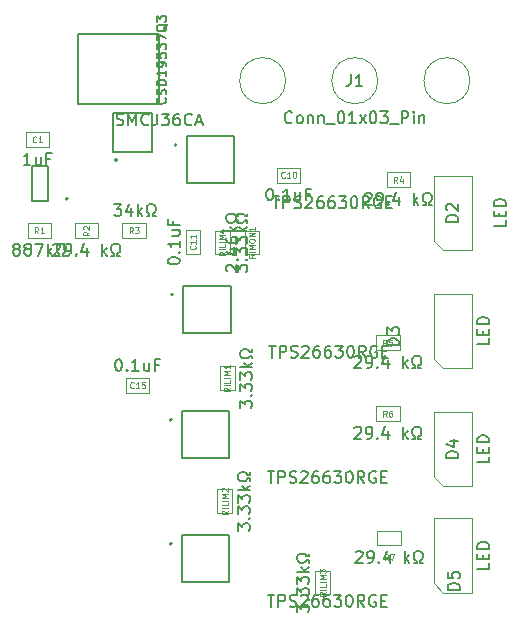
<source format=gbr>
%TF.GenerationSoftware,KiCad,Pcbnew,8.0.6*%
%TF.CreationDate,2024-11-22T22:30:10-05:00*%
%TF.ProjectId,EFUSE2024,45465553-4532-4303-9234-2e6b69636164,rev?*%
%TF.SameCoordinates,Original*%
%TF.FileFunction,AssemblyDrawing,Top*%
%FSLAX46Y46*%
G04 Gerber Fmt 4.6, Leading zero omitted, Abs format (unit mm)*
G04 Created by KiCad (PCBNEW 8.0.6) date 2024-11-22 22:30:10*
%MOMM*%
%LPD*%
G01*
G04 APERTURE LIST*
%ADD10C,0.150000*%
%ADD11C,0.080000*%
%ADD12C,0.100000*%
%ADD13C,0.127000*%
%ADD14C,0.200000*%
G04 APERTURE END LIST*
D10*
X115890475Y-77309580D02*
X115842856Y-77357200D01*
X115842856Y-77357200D02*
X115699999Y-77404819D01*
X115699999Y-77404819D02*
X115604761Y-77404819D01*
X115604761Y-77404819D02*
X115461904Y-77357200D01*
X115461904Y-77357200D02*
X115366666Y-77261961D01*
X115366666Y-77261961D02*
X115319047Y-77166723D01*
X115319047Y-77166723D02*
X115271428Y-76976247D01*
X115271428Y-76976247D02*
X115271428Y-76833390D01*
X115271428Y-76833390D02*
X115319047Y-76642914D01*
X115319047Y-76642914D02*
X115366666Y-76547676D01*
X115366666Y-76547676D02*
X115461904Y-76452438D01*
X115461904Y-76452438D02*
X115604761Y-76404819D01*
X115604761Y-76404819D02*
X115699999Y-76404819D01*
X115699999Y-76404819D02*
X115842856Y-76452438D01*
X115842856Y-76452438D02*
X115890475Y-76500057D01*
X116461904Y-77404819D02*
X116366666Y-77357200D01*
X116366666Y-77357200D02*
X116319047Y-77309580D01*
X116319047Y-77309580D02*
X116271428Y-77214342D01*
X116271428Y-77214342D02*
X116271428Y-76928628D01*
X116271428Y-76928628D02*
X116319047Y-76833390D01*
X116319047Y-76833390D02*
X116366666Y-76785771D01*
X116366666Y-76785771D02*
X116461904Y-76738152D01*
X116461904Y-76738152D02*
X116604761Y-76738152D01*
X116604761Y-76738152D02*
X116699999Y-76785771D01*
X116699999Y-76785771D02*
X116747618Y-76833390D01*
X116747618Y-76833390D02*
X116795237Y-76928628D01*
X116795237Y-76928628D02*
X116795237Y-77214342D01*
X116795237Y-77214342D02*
X116747618Y-77309580D01*
X116747618Y-77309580D02*
X116699999Y-77357200D01*
X116699999Y-77357200D02*
X116604761Y-77404819D01*
X116604761Y-77404819D02*
X116461904Y-77404819D01*
X117223809Y-76738152D02*
X117223809Y-77404819D01*
X117223809Y-76833390D02*
X117271428Y-76785771D01*
X117271428Y-76785771D02*
X117366666Y-76738152D01*
X117366666Y-76738152D02*
X117509523Y-76738152D01*
X117509523Y-76738152D02*
X117604761Y-76785771D01*
X117604761Y-76785771D02*
X117652380Y-76881009D01*
X117652380Y-76881009D02*
X117652380Y-77404819D01*
X118128571Y-76738152D02*
X118128571Y-77404819D01*
X118128571Y-76833390D02*
X118176190Y-76785771D01*
X118176190Y-76785771D02*
X118271428Y-76738152D01*
X118271428Y-76738152D02*
X118414285Y-76738152D01*
X118414285Y-76738152D02*
X118509523Y-76785771D01*
X118509523Y-76785771D02*
X118557142Y-76881009D01*
X118557142Y-76881009D02*
X118557142Y-77404819D01*
X118795238Y-77500057D02*
X119557142Y-77500057D01*
X119985714Y-76404819D02*
X120080952Y-76404819D01*
X120080952Y-76404819D02*
X120176190Y-76452438D01*
X120176190Y-76452438D02*
X120223809Y-76500057D01*
X120223809Y-76500057D02*
X120271428Y-76595295D01*
X120271428Y-76595295D02*
X120319047Y-76785771D01*
X120319047Y-76785771D02*
X120319047Y-77023866D01*
X120319047Y-77023866D02*
X120271428Y-77214342D01*
X120271428Y-77214342D02*
X120223809Y-77309580D01*
X120223809Y-77309580D02*
X120176190Y-77357200D01*
X120176190Y-77357200D02*
X120080952Y-77404819D01*
X120080952Y-77404819D02*
X119985714Y-77404819D01*
X119985714Y-77404819D02*
X119890476Y-77357200D01*
X119890476Y-77357200D02*
X119842857Y-77309580D01*
X119842857Y-77309580D02*
X119795238Y-77214342D01*
X119795238Y-77214342D02*
X119747619Y-77023866D01*
X119747619Y-77023866D02*
X119747619Y-76785771D01*
X119747619Y-76785771D02*
X119795238Y-76595295D01*
X119795238Y-76595295D02*
X119842857Y-76500057D01*
X119842857Y-76500057D02*
X119890476Y-76452438D01*
X119890476Y-76452438D02*
X119985714Y-76404819D01*
X121271428Y-77404819D02*
X120700000Y-77404819D01*
X120985714Y-77404819D02*
X120985714Y-76404819D01*
X120985714Y-76404819D02*
X120890476Y-76547676D01*
X120890476Y-76547676D02*
X120795238Y-76642914D01*
X120795238Y-76642914D02*
X120700000Y-76690533D01*
X121604762Y-77404819D02*
X122128571Y-76738152D01*
X121604762Y-76738152D02*
X122128571Y-77404819D01*
X122700000Y-76404819D02*
X122795238Y-76404819D01*
X122795238Y-76404819D02*
X122890476Y-76452438D01*
X122890476Y-76452438D02*
X122938095Y-76500057D01*
X122938095Y-76500057D02*
X122985714Y-76595295D01*
X122985714Y-76595295D02*
X123033333Y-76785771D01*
X123033333Y-76785771D02*
X123033333Y-77023866D01*
X123033333Y-77023866D02*
X122985714Y-77214342D01*
X122985714Y-77214342D02*
X122938095Y-77309580D01*
X122938095Y-77309580D02*
X122890476Y-77357200D01*
X122890476Y-77357200D02*
X122795238Y-77404819D01*
X122795238Y-77404819D02*
X122700000Y-77404819D01*
X122700000Y-77404819D02*
X122604762Y-77357200D01*
X122604762Y-77357200D02*
X122557143Y-77309580D01*
X122557143Y-77309580D02*
X122509524Y-77214342D01*
X122509524Y-77214342D02*
X122461905Y-77023866D01*
X122461905Y-77023866D02*
X122461905Y-76785771D01*
X122461905Y-76785771D02*
X122509524Y-76595295D01*
X122509524Y-76595295D02*
X122557143Y-76500057D01*
X122557143Y-76500057D02*
X122604762Y-76452438D01*
X122604762Y-76452438D02*
X122700000Y-76404819D01*
X123366667Y-76404819D02*
X123985714Y-76404819D01*
X123985714Y-76404819D02*
X123652381Y-76785771D01*
X123652381Y-76785771D02*
X123795238Y-76785771D01*
X123795238Y-76785771D02*
X123890476Y-76833390D01*
X123890476Y-76833390D02*
X123938095Y-76881009D01*
X123938095Y-76881009D02*
X123985714Y-76976247D01*
X123985714Y-76976247D02*
X123985714Y-77214342D01*
X123985714Y-77214342D02*
X123938095Y-77309580D01*
X123938095Y-77309580D02*
X123890476Y-77357200D01*
X123890476Y-77357200D02*
X123795238Y-77404819D01*
X123795238Y-77404819D02*
X123509524Y-77404819D01*
X123509524Y-77404819D02*
X123414286Y-77357200D01*
X123414286Y-77357200D02*
X123366667Y-77309580D01*
X124176191Y-77500057D02*
X124938095Y-77500057D01*
X125176191Y-77404819D02*
X125176191Y-76404819D01*
X125176191Y-76404819D02*
X125557143Y-76404819D01*
X125557143Y-76404819D02*
X125652381Y-76452438D01*
X125652381Y-76452438D02*
X125700000Y-76500057D01*
X125700000Y-76500057D02*
X125747619Y-76595295D01*
X125747619Y-76595295D02*
X125747619Y-76738152D01*
X125747619Y-76738152D02*
X125700000Y-76833390D01*
X125700000Y-76833390D02*
X125652381Y-76881009D01*
X125652381Y-76881009D02*
X125557143Y-76928628D01*
X125557143Y-76928628D02*
X125176191Y-76928628D01*
X126176191Y-77404819D02*
X126176191Y-76738152D01*
X126176191Y-76404819D02*
X126128572Y-76452438D01*
X126128572Y-76452438D02*
X126176191Y-76500057D01*
X126176191Y-76500057D02*
X126223810Y-76452438D01*
X126223810Y-76452438D02*
X126176191Y-76404819D01*
X126176191Y-76404819D02*
X126176191Y-76500057D01*
X126652381Y-76738152D02*
X126652381Y-77404819D01*
X126652381Y-76833390D02*
X126700000Y-76785771D01*
X126700000Y-76785771D02*
X126795238Y-76738152D01*
X126795238Y-76738152D02*
X126938095Y-76738152D01*
X126938095Y-76738152D02*
X127033333Y-76785771D01*
X127033333Y-76785771D02*
X127080952Y-76881009D01*
X127080952Y-76881009D02*
X127080952Y-77404819D01*
X120873333Y-73265566D02*
X120873333Y-73965566D01*
X120873333Y-73965566D02*
X120826666Y-74105566D01*
X120826666Y-74105566D02*
X120733333Y-74198900D01*
X120733333Y-74198900D02*
X120593333Y-74245566D01*
X120593333Y-74245566D02*
X120500000Y-74245566D01*
X121853333Y-74245566D02*
X121293333Y-74245566D01*
X121573333Y-74245566D02*
X121573333Y-73265566D01*
X121573333Y-73265566D02*
X121480000Y-73405566D01*
X121480000Y-73405566D02*
X121386667Y-73498900D01*
X121386667Y-73498900D02*
X121293333Y-73545566D01*
X95666667Y-87700057D02*
X95714286Y-87652438D01*
X95714286Y-87652438D02*
X95809524Y-87604819D01*
X95809524Y-87604819D02*
X96047619Y-87604819D01*
X96047619Y-87604819D02*
X96142857Y-87652438D01*
X96142857Y-87652438D02*
X96190476Y-87700057D01*
X96190476Y-87700057D02*
X96238095Y-87795295D01*
X96238095Y-87795295D02*
X96238095Y-87890533D01*
X96238095Y-87890533D02*
X96190476Y-88033390D01*
X96190476Y-88033390D02*
X95619048Y-88604819D01*
X95619048Y-88604819D02*
X96238095Y-88604819D01*
X96714286Y-88604819D02*
X96904762Y-88604819D01*
X96904762Y-88604819D02*
X97000000Y-88557200D01*
X97000000Y-88557200D02*
X97047619Y-88509580D01*
X97047619Y-88509580D02*
X97142857Y-88366723D01*
X97142857Y-88366723D02*
X97190476Y-88176247D01*
X97190476Y-88176247D02*
X97190476Y-87795295D01*
X97190476Y-87795295D02*
X97142857Y-87700057D01*
X97142857Y-87700057D02*
X97095238Y-87652438D01*
X97095238Y-87652438D02*
X97000000Y-87604819D01*
X97000000Y-87604819D02*
X96809524Y-87604819D01*
X96809524Y-87604819D02*
X96714286Y-87652438D01*
X96714286Y-87652438D02*
X96666667Y-87700057D01*
X96666667Y-87700057D02*
X96619048Y-87795295D01*
X96619048Y-87795295D02*
X96619048Y-88033390D01*
X96619048Y-88033390D02*
X96666667Y-88128628D01*
X96666667Y-88128628D02*
X96714286Y-88176247D01*
X96714286Y-88176247D02*
X96809524Y-88223866D01*
X96809524Y-88223866D02*
X97000000Y-88223866D01*
X97000000Y-88223866D02*
X97095238Y-88176247D01*
X97095238Y-88176247D02*
X97142857Y-88128628D01*
X97142857Y-88128628D02*
X97190476Y-88033390D01*
X97619048Y-88509580D02*
X97666667Y-88557200D01*
X97666667Y-88557200D02*
X97619048Y-88604819D01*
X97619048Y-88604819D02*
X97571429Y-88557200D01*
X97571429Y-88557200D02*
X97619048Y-88509580D01*
X97619048Y-88509580D02*
X97619048Y-88604819D01*
X98523809Y-87938152D02*
X98523809Y-88604819D01*
X98285714Y-87557200D02*
X98047619Y-88271485D01*
X98047619Y-88271485D02*
X98666666Y-88271485D01*
X99809524Y-88604819D02*
X99809524Y-87604819D01*
X99904762Y-88223866D02*
X100190476Y-88604819D01*
X100190476Y-87938152D02*
X99809524Y-88319104D01*
X100571429Y-88604819D02*
X100809524Y-88604819D01*
X100809524Y-88604819D02*
X100809524Y-88414342D01*
X100809524Y-88414342D02*
X100714286Y-88366723D01*
X100714286Y-88366723D02*
X100619048Y-88271485D01*
X100619048Y-88271485D02*
X100571429Y-88128628D01*
X100571429Y-88128628D02*
X100571429Y-87890533D01*
X100571429Y-87890533D02*
X100619048Y-87747676D01*
X100619048Y-87747676D02*
X100714286Y-87652438D01*
X100714286Y-87652438D02*
X100857143Y-87604819D01*
X100857143Y-87604819D02*
X101047619Y-87604819D01*
X101047619Y-87604819D02*
X101190476Y-87652438D01*
X101190476Y-87652438D02*
X101285714Y-87747676D01*
X101285714Y-87747676D02*
X101333333Y-87890533D01*
X101333333Y-87890533D02*
X101333333Y-88128628D01*
X101333333Y-88128628D02*
X101285714Y-88271485D01*
X101285714Y-88271485D02*
X101190476Y-88366723D01*
X101190476Y-88366723D02*
X101095238Y-88414342D01*
X101095238Y-88414342D02*
X101095238Y-88604819D01*
X101095238Y-88604819D02*
X101333333Y-88604819D01*
D11*
X98727149Y-86583333D02*
X98489054Y-86749999D01*
X98727149Y-86869047D02*
X98227149Y-86869047D01*
X98227149Y-86869047D02*
X98227149Y-86678571D01*
X98227149Y-86678571D02*
X98250959Y-86630952D01*
X98250959Y-86630952D02*
X98274768Y-86607142D01*
X98274768Y-86607142D02*
X98322387Y-86583333D01*
X98322387Y-86583333D02*
X98393816Y-86583333D01*
X98393816Y-86583333D02*
X98441435Y-86607142D01*
X98441435Y-86607142D02*
X98465244Y-86630952D01*
X98465244Y-86630952D02*
X98489054Y-86678571D01*
X98489054Y-86678571D02*
X98489054Y-86869047D01*
X98274768Y-86392856D02*
X98250959Y-86369047D01*
X98250959Y-86369047D02*
X98227149Y-86321428D01*
X98227149Y-86321428D02*
X98227149Y-86202380D01*
X98227149Y-86202380D02*
X98250959Y-86154761D01*
X98250959Y-86154761D02*
X98274768Y-86130952D01*
X98274768Y-86130952D02*
X98322387Y-86107142D01*
X98322387Y-86107142D02*
X98370006Y-86107142D01*
X98370006Y-86107142D02*
X98441435Y-86130952D01*
X98441435Y-86130952D02*
X98727149Y-86416666D01*
X98727149Y-86416666D02*
X98727149Y-86107142D01*
D10*
X133974819Y-85630357D02*
X133974819Y-86106547D01*
X133974819Y-86106547D02*
X132974819Y-86106547D01*
X133451009Y-85297023D02*
X133451009Y-84963690D01*
X133974819Y-84820833D02*
X133974819Y-85297023D01*
X133974819Y-85297023D02*
X132974819Y-85297023D01*
X132974819Y-85297023D02*
X132974819Y-84820833D01*
X133974819Y-84392261D02*
X132974819Y-84392261D01*
X132974819Y-84392261D02*
X132974819Y-84154166D01*
X132974819Y-84154166D02*
X133022438Y-84011309D01*
X133022438Y-84011309D02*
X133117676Y-83916071D01*
X133117676Y-83916071D02*
X133212914Y-83868452D01*
X133212914Y-83868452D02*
X133403390Y-83820833D01*
X133403390Y-83820833D02*
X133546247Y-83820833D01*
X133546247Y-83820833D02*
X133736723Y-83868452D01*
X133736723Y-83868452D02*
X133831961Y-83916071D01*
X133831961Y-83916071D02*
X133927200Y-84011309D01*
X133927200Y-84011309D02*
X133974819Y-84154166D01*
X133974819Y-84154166D02*
X133974819Y-84392261D01*
X129954819Y-85725594D02*
X128954819Y-85725594D01*
X128954819Y-85725594D02*
X128954819Y-85487499D01*
X128954819Y-85487499D02*
X129002438Y-85344642D01*
X129002438Y-85344642D02*
X129097676Y-85249404D01*
X129097676Y-85249404D02*
X129192914Y-85201785D01*
X129192914Y-85201785D02*
X129383390Y-85154166D01*
X129383390Y-85154166D02*
X129526247Y-85154166D01*
X129526247Y-85154166D02*
X129716723Y-85201785D01*
X129716723Y-85201785D02*
X129811961Y-85249404D01*
X129811961Y-85249404D02*
X129907200Y-85344642D01*
X129907200Y-85344642D02*
X129954819Y-85487499D01*
X129954819Y-85487499D02*
X129954819Y-85725594D01*
X129050057Y-84773213D02*
X129002438Y-84725594D01*
X129002438Y-84725594D02*
X128954819Y-84630356D01*
X128954819Y-84630356D02*
X128954819Y-84392261D01*
X128954819Y-84392261D02*
X129002438Y-84297023D01*
X129002438Y-84297023D02*
X129050057Y-84249404D01*
X129050057Y-84249404D02*
X129145295Y-84201785D01*
X129145295Y-84201785D02*
X129240533Y-84201785D01*
X129240533Y-84201785D02*
X129383390Y-84249404D01*
X129383390Y-84249404D02*
X129954819Y-84820832D01*
X129954819Y-84820832D02*
X129954819Y-84201785D01*
X132574819Y-114655357D02*
X132574819Y-115131547D01*
X132574819Y-115131547D02*
X131574819Y-115131547D01*
X132051009Y-114322023D02*
X132051009Y-113988690D01*
X132574819Y-113845833D02*
X132574819Y-114322023D01*
X132574819Y-114322023D02*
X131574819Y-114322023D01*
X131574819Y-114322023D02*
X131574819Y-113845833D01*
X132574819Y-113417261D02*
X131574819Y-113417261D01*
X131574819Y-113417261D02*
X131574819Y-113179166D01*
X131574819Y-113179166D02*
X131622438Y-113036309D01*
X131622438Y-113036309D02*
X131717676Y-112941071D01*
X131717676Y-112941071D02*
X131812914Y-112893452D01*
X131812914Y-112893452D02*
X132003390Y-112845833D01*
X132003390Y-112845833D02*
X132146247Y-112845833D01*
X132146247Y-112845833D02*
X132336723Y-112893452D01*
X132336723Y-112893452D02*
X132431961Y-112941071D01*
X132431961Y-112941071D02*
X132527200Y-113036309D01*
X132527200Y-113036309D02*
X132574819Y-113179166D01*
X132574819Y-113179166D02*
X132574819Y-113417261D01*
X130074819Y-116900594D02*
X129074819Y-116900594D01*
X129074819Y-116900594D02*
X129074819Y-116662499D01*
X129074819Y-116662499D02*
X129122438Y-116519642D01*
X129122438Y-116519642D02*
X129217676Y-116424404D01*
X129217676Y-116424404D02*
X129312914Y-116376785D01*
X129312914Y-116376785D02*
X129503390Y-116329166D01*
X129503390Y-116329166D02*
X129646247Y-116329166D01*
X129646247Y-116329166D02*
X129836723Y-116376785D01*
X129836723Y-116376785D02*
X129931961Y-116424404D01*
X129931961Y-116424404D02*
X130027200Y-116519642D01*
X130027200Y-116519642D02*
X130074819Y-116662499D01*
X130074819Y-116662499D02*
X130074819Y-116900594D01*
X129074819Y-115424404D02*
X129074819Y-115900594D01*
X129074819Y-115900594D02*
X129551009Y-115948213D01*
X129551009Y-115948213D02*
X129503390Y-115900594D01*
X129503390Y-115900594D02*
X129455771Y-115805356D01*
X129455771Y-115805356D02*
X129455771Y-115567261D01*
X129455771Y-115567261D02*
X129503390Y-115472023D01*
X129503390Y-115472023D02*
X129551009Y-115424404D01*
X129551009Y-115424404D02*
X129646247Y-115376785D01*
X129646247Y-115376785D02*
X129884342Y-115376785D01*
X129884342Y-115376785D02*
X129979580Y-115424404D01*
X129979580Y-115424404D02*
X130027200Y-115472023D01*
X130027200Y-115472023D02*
X130074819Y-115567261D01*
X130074819Y-115567261D02*
X130074819Y-115805356D01*
X130074819Y-115805356D02*
X130027200Y-115900594D01*
X130027200Y-115900594D02*
X129979580Y-115948213D01*
X111104819Y-89999999D02*
X111104819Y-89380952D01*
X111104819Y-89380952D02*
X111485771Y-89714285D01*
X111485771Y-89714285D02*
X111485771Y-89571428D01*
X111485771Y-89571428D02*
X111533390Y-89476190D01*
X111533390Y-89476190D02*
X111581009Y-89428571D01*
X111581009Y-89428571D02*
X111676247Y-89380952D01*
X111676247Y-89380952D02*
X111914342Y-89380952D01*
X111914342Y-89380952D02*
X112009580Y-89428571D01*
X112009580Y-89428571D02*
X112057200Y-89476190D01*
X112057200Y-89476190D02*
X112104819Y-89571428D01*
X112104819Y-89571428D02*
X112104819Y-89857142D01*
X112104819Y-89857142D02*
X112057200Y-89952380D01*
X112057200Y-89952380D02*
X112009580Y-89999999D01*
X112009580Y-88952380D02*
X112057200Y-88904761D01*
X112057200Y-88904761D02*
X112104819Y-88952380D01*
X112104819Y-88952380D02*
X112057200Y-88999999D01*
X112057200Y-88999999D02*
X112009580Y-88952380D01*
X112009580Y-88952380D02*
X112104819Y-88952380D01*
X111104819Y-88571428D02*
X111104819Y-87952381D01*
X111104819Y-87952381D02*
X111485771Y-88285714D01*
X111485771Y-88285714D02*
X111485771Y-88142857D01*
X111485771Y-88142857D02*
X111533390Y-88047619D01*
X111533390Y-88047619D02*
X111581009Y-88000000D01*
X111581009Y-88000000D02*
X111676247Y-87952381D01*
X111676247Y-87952381D02*
X111914342Y-87952381D01*
X111914342Y-87952381D02*
X112009580Y-88000000D01*
X112009580Y-88000000D02*
X112057200Y-88047619D01*
X112057200Y-88047619D02*
X112104819Y-88142857D01*
X112104819Y-88142857D02*
X112104819Y-88428571D01*
X112104819Y-88428571D02*
X112057200Y-88523809D01*
X112057200Y-88523809D02*
X112009580Y-88571428D01*
X111104819Y-87619047D02*
X111104819Y-87000000D01*
X111104819Y-87000000D02*
X111485771Y-87333333D01*
X111485771Y-87333333D02*
X111485771Y-87190476D01*
X111485771Y-87190476D02*
X111533390Y-87095238D01*
X111533390Y-87095238D02*
X111581009Y-87047619D01*
X111581009Y-87047619D02*
X111676247Y-87000000D01*
X111676247Y-87000000D02*
X111914342Y-87000000D01*
X111914342Y-87000000D02*
X112009580Y-87047619D01*
X112009580Y-87047619D02*
X112057200Y-87095238D01*
X112057200Y-87095238D02*
X112104819Y-87190476D01*
X112104819Y-87190476D02*
X112104819Y-87476190D01*
X112104819Y-87476190D02*
X112057200Y-87571428D01*
X112057200Y-87571428D02*
X112009580Y-87619047D01*
X112104819Y-86571428D02*
X111104819Y-86571428D01*
X111723866Y-86476190D02*
X112104819Y-86190476D01*
X111438152Y-86190476D02*
X111819104Y-86571428D01*
X112104819Y-85809523D02*
X112104819Y-85571428D01*
X112104819Y-85571428D02*
X111914342Y-85571428D01*
X111914342Y-85571428D02*
X111866723Y-85666666D01*
X111866723Y-85666666D02*
X111771485Y-85761904D01*
X111771485Y-85761904D02*
X111628628Y-85809523D01*
X111628628Y-85809523D02*
X111390533Y-85809523D01*
X111390533Y-85809523D02*
X111247676Y-85761904D01*
X111247676Y-85761904D02*
X111152438Y-85666666D01*
X111152438Y-85666666D02*
X111104819Y-85523809D01*
X111104819Y-85523809D02*
X111104819Y-85333333D01*
X111104819Y-85333333D02*
X111152438Y-85190476D01*
X111152438Y-85190476D02*
X111247676Y-85095238D01*
X111247676Y-85095238D02*
X111390533Y-85047619D01*
X111390533Y-85047619D02*
X111628628Y-85047619D01*
X111628628Y-85047619D02*
X111771485Y-85095238D01*
X111771485Y-85095238D02*
X111866723Y-85190476D01*
X111866723Y-85190476D02*
X111914342Y-85285714D01*
X111914342Y-85285714D02*
X112104819Y-85285714D01*
X112104819Y-85285714D02*
X112104819Y-85047619D01*
D11*
X110227149Y-88309523D02*
X109989054Y-88476189D01*
X110227149Y-88595237D02*
X109727149Y-88595237D01*
X109727149Y-88595237D02*
X109727149Y-88404761D01*
X109727149Y-88404761D02*
X109750959Y-88357142D01*
X109750959Y-88357142D02*
X109774768Y-88333332D01*
X109774768Y-88333332D02*
X109822387Y-88309523D01*
X109822387Y-88309523D02*
X109893816Y-88309523D01*
X109893816Y-88309523D02*
X109941435Y-88333332D01*
X109941435Y-88333332D02*
X109965244Y-88357142D01*
X109965244Y-88357142D02*
X109989054Y-88404761D01*
X109989054Y-88404761D02*
X109989054Y-88595237D01*
X110227149Y-88095237D02*
X109727149Y-88095237D01*
X110227149Y-87619047D02*
X110227149Y-87857142D01*
X110227149Y-87857142D02*
X109727149Y-87857142D01*
X110227149Y-87452380D02*
X109727149Y-87452380D01*
X110227149Y-87214285D02*
X109727149Y-87214285D01*
X109727149Y-87214285D02*
X110084292Y-87047618D01*
X110084292Y-87047618D02*
X109727149Y-86880952D01*
X109727149Y-86880952D02*
X110227149Y-86880952D01*
X109893816Y-86428570D02*
X110227149Y-86428570D01*
X109703340Y-86547618D02*
X110060482Y-86666665D01*
X110060482Y-86666665D02*
X110060482Y-86357142D01*
D10*
X132574819Y-95630357D02*
X132574819Y-96106547D01*
X132574819Y-96106547D02*
X131574819Y-96106547D01*
X132051009Y-95297023D02*
X132051009Y-94963690D01*
X132574819Y-94820833D02*
X132574819Y-95297023D01*
X132574819Y-95297023D02*
X131574819Y-95297023D01*
X131574819Y-95297023D02*
X131574819Y-94820833D01*
X132574819Y-94392261D02*
X131574819Y-94392261D01*
X131574819Y-94392261D02*
X131574819Y-94154166D01*
X131574819Y-94154166D02*
X131622438Y-94011309D01*
X131622438Y-94011309D02*
X131717676Y-93916071D01*
X131717676Y-93916071D02*
X131812914Y-93868452D01*
X131812914Y-93868452D02*
X132003390Y-93820833D01*
X132003390Y-93820833D02*
X132146247Y-93820833D01*
X132146247Y-93820833D02*
X132336723Y-93868452D01*
X132336723Y-93868452D02*
X132431961Y-93916071D01*
X132431961Y-93916071D02*
X132527200Y-94011309D01*
X132527200Y-94011309D02*
X132574819Y-94154166D01*
X132574819Y-94154166D02*
X132574819Y-94392261D01*
X124954819Y-96200594D02*
X123954819Y-96200594D01*
X123954819Y-96200594D02*
X123954819Y-95962499D01*
X123954819Y-95962499D02*
X124002438Y-95819642D01*
X124002438Y-95819642D02*
X124097676Y-95724404D01*
X124097676Y-95724404D02*
X124192914Y-95676785D01*
X124192914Y-95676785D02*
X124383390Y-95629166D01*
X124383390Y-95629166D02*
X124526247Y-95629166D01*
X124526247Y-95629166D02*
X124716723Y-95676785D01*
X124716723Y-95676785D02*
X124811961Y-95724404D01*
X124811961Y-95724404D02*
X124907200Y-95819642D01*
X124907200Y-95819642D02*
X124954819Y-95962499D01*
X124954819Y-95962499D02*
X124954819Y-96200594D01*
X123954819Y-95295832D02*
X123954819Y-94676785D01*
X123954819Y-94676785D02*
X124335771Y-95010118D01*
X124335771Y-95010118D02*
X124335771Y-94867261D01*
X124335771Y-94867261D02*
X124383390Y-94772023D01*
X124383390Y-94772023D02*
X124431009Y-94724404D01*
X124431009Y-94724404D02*
X124526247Y-94676785D01*
X124526247Y-94676785D02*
X124764342Y-94676785D01*
X124764342Y-94676785D02*
X124859580Y-94724404D01*
X124859580Y-94724404D02*
X124907200Y-94772023D01*
X124907200Y-94772023D02*
X124954819Y-94867261D01*
X124954819Y-94867261D02*
X124954819Y-95152975D01*
X124954819Y-95152975D02*
X124907200Y-95248213D01*
X124907200Y-95248213D02*
X124859580Y-95295832D01*
X105169104Y-75275095D02*
X105207200Y-75313191D01*
X105207200Y-75313191D02*
X105245295Y-75427476D01*
X105245295Y-75427476D02*
X105245295Y-75503667D01*
X105245295Y-75503667D02*
X105207200Y-75617953D01*
X105207200Y-75617953D02*
X105131009Y-75694143D01*
X105131009Y-75694143D02*
X105054819Y-75732238D01*
X105054819Y-75732238D02*
X104902438Y-75770334D01*
X104902438Y-75770334D02*
X104788152Y-75770334D01*
X104788152Y-75770334D02*
X104635771Y-75732238D01*
X104635771Y-75732238D02*
X104559580Y-75694143D01*
X104559580Y-75694143D02*
X104483390Y-75617953D01*
X104483390Y-75617953D02*
X104445295Y-75503667D01*
X104445295Y-75503667D02*
X104445295Y-75427476D01*
X104445295Y-75427476D02*
X104483390Y-75313191D01*
X104483390Y-75313191D02*
X104521485Y-75275095D01*
X105207200Y-74970334D02*
X105245295Y-74856048D01*
X105245295Y-74856048D02*
X105245295Y-74665572D01*
X105245295Y-74665572D02*
X105207200Y-74589381D01*
X105207200Y-74589381D02*
X105169104Y-74551286D01*
X105169104Y-74551286D02*
X105092914Y-74513191D01*
X105092914Y-74513191D02*
X105016723Y-74513191D01*
X105016723Y-74513191D02*
X104940533Y-74551286D01*
X104940533Y-74551286D02*
X104902438Y-74589381D01*
X104902438Y-74589381D02*
X104864342Y-74665572D01*
X104864342Y-74665572D02*
X104826247Y-74817953D01*
X104826247Y-74817953D02*
X104788152Y-74894143D01*
X104788152Y-74894143D02*
X104750057Y-74932238D01*
X104750057Y-74932238D02*
X104673866Y-74970334D01*
X104673866Y-74970334D02*
X104597676Y-74970334D01*
X104597676Y-74970334D02*
X104521485Y-74932238D01*
X104521485Y-74932238D02*
X104483390Y-74894143D01*
X104483390Y-74894143D02*
X104445295Y-74817953D01*
X104445295Y-74817953D02*
X104445295Y-74627476D01*
X104445295Y-74627476D02*
X104483390Y-74513191D01*
X105245295Y-74170333D02*
X104445295Y-74170333D01*
X104445295Y-74170333D02*
X104445295Y-73979857D01*
X104445295Y-73979857D02*
X104483390Y-73865571D01*
X104483390Y-73865571D02*
X104559580Y-73789381D01*
X104559580Y-73789381D02*
X104635771Y-73751286D01*
X104635771Y-73751286D02*
X104788152Y-73713190D01*
X104788152Y-73713190D02*
X104902438Y-73713190D01*
X104902438Y-73713190D02*
X105054819Y-73751286D01*
X105054819Y-73751286D02*
X105131009Y-73789381D01*
X105131009Y-73789381D02*
X105207200Y-73865571D01*
X105207200Y-73865571D02*
X105245295Y-73979857D01*
X105245295Y-73979857D02*
X105245295Y-74170333D01*
X105245295Y-72951286D02*
X105245295Y-73408429D01*
X105245295Y-73179857D02*
X104445295Y-73179857D01*
X104445295Y-73179857D02*
X104559580Y-73256048D01*
X104559580Y-73256048D02*
X104635771Y-73332238D01*
X104635771Y-73332238D02*
X104673866Y-73408429D01*
X105245295Y-72570333D02*
X105245295Y-72417952D01*
X105245295Y-72417952D02*
X105207200Y-72341762D01*
X105207200Y-72341762D02*
X105169104Y-72303666D01*
X105169104Y-72303666D02*
X105054819Y-72227476D01*
X105054819Y-72227476D02*
X104902438Y-72189381D01*
X104902438Y-72189381D02*
X104597676Y-72189381D01*
X104597676Y-72189381D02*
X104521485Y-72227476D01*
X104521485Y-72227476D02*
X104483390Y-72265571D01*
X104483390Y-72265571D02*
X104445295Y-72341762D01*
X104445295Y-72341762D02*
X104445295Y-72494143D01*
X104445295Y-72494143D02*
X104483390Y-72570333D01*
X104483390Y-72570333D02*
X104521485Y-72608428D01*
X104521485Y-72608428D02*
X104597676Y-72646524D01*
X104597676Y-72646524D02*
X104788152Y-72646524D01*
X104788152Y-72646524D02*
X104864342Y-72608428D01*
X104864342Y-72608428D02*
X104902438Y-72570333D01*
X104902438Y-72570333D02*
X104940533Y-72494143D01*
X104940533Y-72494143D02*
X104940533Y-72341762D01*
X104940533Y-72341762D02*
X104902438Y-72265571D01*
X104902438Y-72265571D02*
X104864342Y-72227476D01*
X104864342Y-72227476D02*
X104788152Y-72189381D01*
X104445295Y-71465571D02*
X104445295Y-71846523D01*
X104445295Y-71846523D02*
X104826247Y-71884619D01*
X104826247Y-71884619D02*
X104788152Y-71846523D01*
X104788152Y-71846523D02*
X104750057Y-71770333D01*
X104750057Y-71770333D02*
X104750057Y-71579857D01*
X104750057Y-71579857D02*
X104788152Y-71503666D01*
X104788152Y-71503666D02*
X104826247Y-71465571D01*
X104826247Y-71465571D02*
X104902438Y-71427476D01*
X104902438Y-71427476D02*
X105092914Y-71427476D01*
X105092914Y-71427476D02*
X105169104Y-71465571D01*
X105169104Y-71465571D02*
X105207200Y-71503666D01*
X105207200Y-71503666D02*
X105245295Y-71579857D01*
X105245295Y-71579857D02*
X105245295Y-71770333D01*
X105245295Y-71770333D02*
X105207200Y-71846523D01*
X105207200Y-71846523D02*
X105169104Y-71884619D01*
X104445295Y-71160809D02*
X104445295Y-70665571D01*
X104445295Y-70665571D02*
X104750057Y-70932237D01*
X104750057Y-70932237D02*
X104750057Y-70817952D01*
X104750057Y-70817952D02*
X104788152Y-70741761D01*
X104788152Y-70741761D02*
X104826247Y-70703666D01*
X104826247Y-70703666D02*
X104902438Y-70665571D01*
X104902438Y-70665571D02*
X105092914Y-70665571D01*
X105092914Y-70665571D02*
X105169104Y-70703666D01*
X105169104Y-70703666D02*
X105207200Y-70741761D01*
X105207200Y-70741761D02*
X105245295Y-70817952D01*
X105245295Y-70817952D02*
X105245295Y-71046523D01*
X105245295Y-71046523D02*
X105207200Y-71122714D01*
X105207200Y-71122714D02*
X105169104Y-71160809D01*
X104445295Y-70398904D02*
X104445295Y-69865570D01*
X104445295Y-69865570D02*
X105245295Y-70208428D01*
X105321485Y-69027475D02*
X105283390Y-69103665D01*
X105283390Y-69103665D02*
X105207200Y-69179856D01*
X105207200Y-69179856D02*
X105092914Y-69294142D01*
X105092914Y-69294142D02*
X105054819Y-69370332D01*
X105054819Y-69370332D02*
X105054819Y-69446523D01*
X105245295Y-69408427D02*
X105207200Y-69484618D01*
X105207200Y-69484618D02*
X105131009Y-69560808D01*
X105131009Y-69560808D02*
X104978628Y-69598904D01*
X104978628Y-69598904D02*
X104711961Y-69598904D01*
X104711961Y-69598904D02*
X104559580Y-69560808D01*
X104559580Y-69560808D02*
X104483390Y-69484618D01*
X104483390Y-69484618D02*
X104445295Y-69408427D01*
X104445295Y-69408427D02*
X104445295Y-69256046D01*
X104445295Y-69256046D02*
X104483390Y-69179856D01*
X104483390Y-69179856D02*
X104559580Y-69103665D01*
X104559580Y-69103665D02*
X104711961Y-69065570D01*
X104711961Y-69065570D02*
X104978628Y-69065570D01*
X104978628Y-69065570D02*
X105131009Y-69103665D01*
X105131009Y-69103665D02*
X105207200Y-69179856D01*
X105207200Y-69179856D02*
X105245295Y-69256046D01*
X105245295Y-69256046D02*
X105245295Y-69408427D01*
X104445295Y-68798904D02*
X104445295Y-68303666D01*
X104445295Y-68303666D02*
X104750057Y-68570332D01*
X104750057Y-68570332D02*
X104750057Y-68456047D01*
X104750057Y-68456047D02*
X104788152Y-68379856D01*
X104788152Y-68379856D02*
X104826247Y-68341761D01*
X104826247Y-68341761D02*
X104902438Y-68303666D01*
X104902438Y-68303666D02*
X105092914Y-68303666D01*
X105092914Y-68303666D02*
X105169104Y-68341761D01*
X105169104Y-68341761D02*
X105207200Y-68379856D01*
X105207200Y-68379856D02*
X105245295Y-68456047D01*
X105245295Y-68456047D02*
X105245295Y-68684618D01*
X105245295Y-68684618D02*
X105207200Y-68760809D01*
X105207200Y-68760809D02*
X105169104Y-68798904D01*
X110400057Y-89952380D02*
X110352438Y-89904761D01*
X110352438Y-89904761D02*
X110304819Y-89809523D01*
X110304819Y-89809523D02*
X110304819Y-89571428D01*
X110304819Y-89571428D02*
X110352438Y-89476190D01*
X110352438Y-89476190D02*
X110400057Y-89428571D01*
X110400057Y-89428571D02*
X110495295Y-89380952D01*
X110495295Y-89380952D02*
X110590533Y-89380952D01*
X110590533Y-89380952D02*
X110733390Y-89428571D01*
X110733390Y-89428571D02*
X111304819Y-89999999D01*
X111304819Y-89999999D02*
X111304819Y-89380952D01*
X111209580Y-88952380D02*
X111257200Y-88904761D01*
X111257200Y-88904761D02*
X111304819Y-88952380D01*
X111304819Y-88952380D02*
X111257200Y-88999999D01*
X111257200Y-88999999D02*
X111209580Y-88952380D01*
X111209580Y-88952380D02*
X111304819Y-88952380D01*
X110638152Y-88047619D02*
X111304819Y-88047619D01*
X110257200Y-88285714D02*
X110971485Y-88523809D01*
X110971485Y-88523809D02*
X110971485Y-87904762D01*
X110304819Y-87095238D02*
X110304819Y-87285714D01*
X110304819Y-87285714D02*
X110352438Y-87380952D01*
X110352438Y-87380952D02*
X110400057Y-87428571D01*
X110400057Y-87428571D02*
X110542914Y-87523809D01*
X110542914Y-87523809D02*
X110733390Y-87571428D01*
X110733390Y-87571428D02*
X111114342Y-87571428D01*
X111114342Y-87571428D02*
X111209580Y-87523809D01*
X111209580Y-87523809D02*
X111257200Y-87476190D01*
X111257200Y-87476190D02*
X111304819Y-87380952D01*
X111304819Y-87380952D02*
X111304819Y-87190476D01*
X111304819Y-87190476D02*
X111257200Y-87095238D01*
X111257200Y-87095238D02*
X111209580Y-87047619D01*
X111209580Y-87047619D02*
X111114342Y-87000000D01*
X111114342Y-87000000D02*
X110876247Y-87000000D01*
X110876247Y-87000000D02*
X110781009Y-87047619D01*
X110781009Y-87047619D02*
X110733390Y-87095238D01*
X110733390Y-87095238D02*
X110685771Y-87190476D01*
X110685771Y-87190476D02*
X110685771Y-87380952D01*
X110685771Y-87380952D02*
X110733390Y-87476190D01*
X110733390Y-87476190D02*
X110781009Y-87523809D01*
X110781009Y-87523809D02*
X110876247Y-87571428D01*
X111304819Y-86571428D02*
X110304819Y-86571428D01*
X110923866Y-86476190D02*
X111304819Y-86190476D01*
X110638152Y-86190476D02*
X111019104Y-86571428D01*
X111304819Y-85809523D02*
X111304819Y-85571428D01*
X111304819Y-85571428D02*
X111114342Y-85571428D01*
X111114342Y-85571428D02*
X111066723Y-85666666D01*
X111066723Y-85666666D02*
X110971485Y-85761904D01*
X110971485Y-85761904D02*
X110828628Y-85809523D01*
X110828628Y-85809523D02*
X110590533Y-85809523D01*
X110590533Y-85809523D02*
X110447676Y-85761904D01*
X110447676Y-85761904D02*
X110352438Y-85666666D01*
X110352438Y-85666666D02*
X110304819Y-85523809D01*
X110304819Y-85523809D02*
X110304819Y-85333333D01*
X110304819Y-85333333D02*
X110352438Y-85190476D01*
X110352438Y-85190476D02*
X110447676Y-85095238D01*
X110447676Y-85095238D02*
X110590533Y-85047619D01*
X110590533Y-85047619D02*
X110828628Y-85047619D01*
X110828628Y-85047619D02*
X110971485Y-85095238D01*
X110971485Y-85095238D02*
X111066723Y-85190476D01*
X111066723Y-85190476D02*
X111114342Y-85285714D01*
X111114342Y-85285714D02*
X111304819Y-85285714D01*
X111304819Y-85285714D02*
X111304819Y-85047619D01*
D11*
X112727149Y-88511905D02*
X112489054Y-88678571D01*
X112727149Y-88797619D02*
X112227149Y-88797619D01*
X112227149Y-88797619D02*
X112227149Y-88607143D01*
X112227149Y-88607143D02*
X112250959Y-88559524D01*
X112250959Y-88559524D02*
X112274768Y-88535714D01*
X112274768Y-88535714D02*
X112322387Y-88511905D01*
X112322387Y-88511905D02*
X112393816Y-88511905D01*
X112393816Y-88511905D02*
X112441435Y-88535714D01*
X112441435Y-88535714D02*
X112465244Y-88559524D01*
X112465244Y-88559524D02*
X112489054Y-88607143D01*
X112489054Y-88607143D02*
X112489054Y-88797619D01*
X112727149Y-88297619D02*
X112227149Y-88297619D01*
X112727149Y-88059524D02*
X112227149Y-88059524D01*
X112227149Y-88059524D02*
X112584292Y-87892857D01*
X112584292Y-87892857D02*
X112227149Y-87726191D01*
X112227149Y-87726191D02*
X112727149Y-87726191D01*
X112227149Y-87392857D02*
X112227149Y-87297619D01*
X112227149Y-87297619D02*
X112250959Y-87250000D01*
X112250959Y-87250000D02*
X112298578Y-87202381D01*
X112298578Y-87202381D02*
X112393816Y-87178571D01*
X112393816Y-87178571D02*
X112560482Y-87178571D01*
X112560482Y-87178571D02*
X112655720Y-87202381D01*
X112655720Y-87202381D02*
X112703340Y-87250000D01*
X112703340Y-87250000D02*
X112727149Y-87297619D01*
X112727149Y-87297619D02*
X112727149Y-87392857D01*
X112727149Y-87392857D02*
X112703340Y-87440476D01*
X112703340Y-87440476D02*
X112655720Y-87488095D01*
X112655720Y-87488095D02*
X112560482Y-87511904D01*
X112560482Y-87511904D02*
X112393816Y-87511904D01*
X112393816Y-87511904D02*
X112298578Y-87488095D01*
X112298578Y-87488095D02*
X112250959Y-87440476D01*
X112250959Y-87440476D02*
X112227149Y-87392857D01*
X112727149Y-86964285D02*
X112227149Y-86964285D01*
X112227149Y-86964285D02*
X112727149Y-86678571D01*
X112727149Y-86678571D02*
X112227149Y-86678571D01*
X112727149Y-86178570D02*
X112727149Y-86464284D01*
X112727149Y-86321427D02*
X112227149Y-86321427D01*
X112227149Y-86321427D02*
X112298578Y-86369046D01*
X112298578Y-86369046D02*
X112346197Y-86416665D01*
X112346197Y-86416665D02*
X112370006Y-86464284D01*
D10*
X105374819Y-89105356D02*
X105374819Y-89010118D01*
X105374819Y-89010118D02*
X105422438Y-88914880D01*
X105422438Y-88914880D02*
X105470057Y-88867261D01*
X105470057Y-88867261D02*
X105565295Y-88819642D01*
X105565295Y-88819642D02*
X105755771Y-88772023D01*
X105755771Y-88772023D02*
X105993866Y-88772023D01*
X105993866Y-88772023D02*
X106184342Y-88819642D01*
X106184342Y-88819642D02*
X106279580Y-88867261D01*
X106279580Y-88867261D02*
X106327200Y-88914880D01*
X106327200Y-88914880D02*
X106374819Y-89010118D01*
X106374819Y-89010118D02*
X106374819Y-89105356D01*
X106374819Y-89105356D02*
X106327200Y-89200594D01*
X106327200Y-89200594D02*
X106279580Y-89248213D01*
X106279580Y-89248213D02*
X106184342Y-89295832D01*
X106184342Y-89295832D02*
X105993866Y-89343451D01*
X105993866Y-89343451D02*
X105755771Y-89343451D01*
X105755771Y-89343451D02*
X105565295Y-89295832D01*
X105565295Y-89295832D02*
X105470057Y-89248213D01*
X105470057Y-89248213D02*
X105422438Y-89200594D01*
X105422438Y-89200594D02*
X105374819Y-89105356D01*
X106279580Y-88343451D02*
X106327200Y-88295832D01*
X106327200Y-88295832D02*
X106374819Y-88343451D01*
X106374819Y-88343451D02*
X106327200Y-88391070D01*
X106327200Y-88391070D02*
X106279580Y-88343451D01*
X106279580Y-88343451D02*
X106374819Y-88343451D01*
X106374819Y-87343452D02*
X106374819Y-87914880D01*
X106374819Y-87629166D02*
X105374819Y-87629166D01*
X105374819Y-87629166D02*
X105517676Y-87724404D01*
X105517676Y-87724404D02*
X105612914Y-87819642D01*
X105612914Y-87819642D02*
X105660533Y-87914880D01*
X105708152Y-86486309D02*
X106374819Y-86486309D01*
X105708152Y-86914880D02*
X106231961Y-86914880D01*
X106231961Y-86914880D02*
X106327200Y-86867261D01*
X106327200Y-86867261D02*
X106374819Y-86772023D01*
X106374819Y-86772023D02*
X106374819Y-86629166D01*
X106374819Y-86629166D02*
X106327200Y-86533928D01*
X106327200Y-86533928D02*
X106279580Y-86486309D01*
X105851009Y-85676785D02*
X105851009Y-86010118D01*
X106374819Y-86010118D02*
X105374819Y-86010118D01*
X105374819Y-86010118D02*
X105374819Y-85533928D01*
D11*
X107679530Y-87783928D02*
X107703340Y-87807737D01*
X107703340Y-87807737D02*
X107727149Y-87879166D01*
X107727149Y-87879166D02*
X107727149Y-87926785D01*
X107727149Y-87926785D02*
X107703340Y-87998213D01*
X107703340Y-87998213D02*
X107655720Y-88045832D01*
X107655720Y-88045832D02*
X107608101Y-88069642D01*
X107608101Y-88069642D02*
X107512863Y-88093451D01*
X107512863Y-88093451D02*
X107441435Y-88093451D01*
X107441435Y-88093451D02*
X107346197Y-88069642D01*
X107346197Y-88069642D02*
X107298578Y-88045832D01*
X107298578Y-88045832D02*
X107250959Y-87998213D01*
X107250959Y-87998213D02*
X107227149Y-87926785D01*
X107227149Y-87926785D02*
X107227149Y-87879166D01*
X107227149Y-87879166D02*
X107250959Y-87807737D01*
X107250959Y-87807737D02*
X107274768Y-87783928D01*
X107727149Y-87307737D02*
X107727149Y-87593451D01*
X107727149Y-87450594D02*
X107227149Y-87450594D01*
X107227149Y-87450594D02*
X107298578Y-87498213D01*
X107298578Y-87498213D02*
X107346197Y-87545832D01*
X107346197Y-87545832D02*
X107370006Y-87593451D01*
X107727149Y-86831547D02*
X107727149Y-87117261D01*
X107727149Y-86974404D02*
X107227149Y-86974404D01*
X107227149Y-86974404D02*
X107298578Y-87022023D01*
X107298578Y-87022023D02*
X107346197Y-87069642D01*
X107346197Y-87069642D02*
X107370006Y-87117261D01*
D10*
X121286667Y-113725057D02*
X121334286Y-113677438D01*
X121334286Y-113677438D02*
X121429524Y-113629819D01*
X121429524Y-113629819D02*
X121667619Y-113629819D01*
X121667619Y-113629819D02*
X121762857Y-113677438D01*
X121762857Y-113677438D02*
X121810476Y-113725057D01*
X121810476Y-113725057D02*
X121858095Y-113820295D01*
X121858095Y-113820295D02*
X121858095Y-113915533D01*
X121858095Y-113915533D02*
X121810476Y-114058390D01*
X121810476Y-114058390D02*
X121239048Y-114629819D01*
X121239048Y-114629819D02*
X121858095Y-114629819D01*
X122334286Y-114629819D02*
X122524762Y-114629819D01*
X122524762Y-114629819D02*
X122620000Y-114582200D01*
X122620000Y-114582200D02*
X122667619Y-114534580D01*
X122667619Y-114534580D02*
X122762857Y-114391723D01*
X122762857Y-114391723D02*
X122810476Y-114201247D01*
X122810476Y-114201247D02*
X122810476Y-113820295D01*
X122810476Y-113820295D02*
X122762857Y-113725057D01*
X122762857Y-113725057D02*
X122715238Y-113677438D01*
X122715238Y-113677438D02*
X122620000Y-113629819D01*
X122620000Y-113629819D02*
X122429524Y-113629819D01*
X122429524Y-113629819D02*
X122334286Y-113677438D01*
X122334286Y-113677438D02*
X122286667Y-113725057D01*
X122286667Y-113725057D02*
X122239048Y-113820295D01*
X122239048Y-113820295D02*
X122239048Y-114058390D01*
X122239048Y-114058390D02*
X122286667Y-114153628D01*
X122286667Y-114153628D02*
X122334286Y-114201247D01*
X122334286Y-114201247D02*
X122429524Y-114248866D01*
X122429524Y-114248866D02*
X122620000Y-114248866D01*
X122620000Y-114248866D02*
X122715238Y-114201247D01*
X122715238Y-114201247D02*
X122762857Y-114153628D01*
X122762857Y-114153628D02*
X122810476Y-114058390D01*
X123239048Y-114534580D02*
X123286667Y-114582200D01*
X123286667Y-114582200D02*
X123239048Y-114629819D01*
X123239048Y-114629819D02*
X123191429Y-114582200D01*
X123191429Y-114582200D02*
X123239048Y-114534580D01*
X123239048Y-114534580D02*
X123239048Y-114629819D01*
X124143809Y-113963152D02*
X124143809Y-114629819D01*
X123905714Y-113582200D02*
X123667619Y-114296485D01*
X123667619Y-114296485D02*
X124286666Y-114296485D01*
X125429524Y-114629819D02*
X125429524Y-113629819D01*
X125524762Y-114248866D02*
X125810476Y-114629819D01*
X125810476Y-113963152D02*
X125429524Y-114344104D01*
X126191429Y-114629819D02*
X126429524Y-114629819D01*
X126429524Y-114629819D02*
X126429524Y-114439342D01*
X126429524Y-114439342D02*
X126334286Y-114391723D01*
X126334286Y-114391723D02*
X126239048Y-114296485D01*
X126239048Y-114296485D02*
X126191429Y-114153628D01*
X126191429Y-114153628D02*
X126191429Y-113915533D01*
X126191429Y-113915533D02*
X126239048Y-113772676D01*
X126239048Y-113772676D02*
X126334286Y-113677438D01*
X126334286Y-113677438D02*
X126477143Y-113629819D01*
X126477143Y-113629819D02*
X126667619Y-113629819D01*
X126667619Y-113629819D02*
X126810476Y-113677438D01*
X126810476Y-113677438D02*
X126905714Y-113772676D01*
X126905714Y-113772676D02*
X126953333Y-113915533D01*
X126953333Y-113915533D02*
X126953333Y-114153628D01*
X126953333Y-114153628D02*
X126905714Y-114296485D01*
X126905714Y-114296485D02*
X126810476Y-114391723D01*
X126810476Y-114391723D02*
X126715238Y-114439342D01*
X126715238Y-114439342D02*
X126715238Y-114629819D01*
X126715238Y-114629819D02*
X126953333Y-114629819D01*
D11*
X124036666Y-114402149D02*
X123870000Y-114164054D01*
X123750952Y-114402149D02*
X123750952Y-113902149D01*
X123750952Y-113902149D02*
X123941428Y-113902149D01*
X123941428Y-113902149D02*
X123989047Y-113925959D01*
X123989047Y-113925959D02*
X124012857Y-113949768D01*
X124012857Y-113949768D02*
X124036666Y-113997387D01*
X124036666Y-113997387D02*
X124036666Y-114068816D01*
X124036666Y-114068816D02*
X124012857Y-114116435D01*
X124012857Y-114116435D02*
X123989047Y-114140244D01*
X123989047Y-114140244D02*
X123941428Y-114164054D01*
X123941428Y-114164054D02*
X123750952Y-114164054D01*
X124203333Y-113902149D02*
X124536666Y-113902149D01*
X124536666Y-113902149D02*
X124322381Y-114402149D01*
D10*
X101157143Y-97374819D02*
X101252381Y-97374819D01*
X101252381Y-97374819D02*
X101347619Y-97422438D01*
X101347619Y-97422438D02*
X101395238Y-97470057D01*
X101395238Y-97470057D02*
X101442857Y-97565295D01*
X101442857Y-97565295D02*
X101490476Y-97755771D01*
X101490476Y-97755771D02*
X101490476Y-97993866D01*
X101490476Y-97993866D02*
X101442857Y-98184342D01*
X101442857Y-98184342D02*
X101395238Y-98279580D01*
X101395238Y-98279580D02*
X101347619Y-98327200D01*
X101347619Y-98327200D02*
X101252381Y-98374819D01*
X101252381Y-98374819D02*
X101157143Y-98374819D01*
X101157143Y-98374819D02*
X101061905Y-98327200D01*
X101061905Y-98327200D02*
X101014286Y-98279580D01*
X101014286Y-98279580D02*
X100966667Y-98184342D01*
X100966667Y-98184342D02*
X100919048Y-97993866D01*
X100919048Y-97993866D02*
X100919048Y-97755771D01*
X100919048Y-97755771D02*
X100966667Y-97565295D01*
X100966667Y-97565295D02*
X101014286Y-97470057D01*
X101014286Y-97470057D02*
X101061905Y-97422438D01*
X101061905Y-97422438D02*
X101157143Y-97374819D01*
X101919048Y-98279580D02*
X101966667Y-98327200D01*
X101966667Y-98327200D02*
X101919048Y-98374819D01*
X101919048Y-98374819D02*
X101871429Y-98327200D01*
X101871429Y-98327200D02*
X101919048Y-98279580D01*
X101919048Y-98279580D02*
X101919048Y-98374819D01*
X102919047Y-98374819D02*
X102347619Y-98374819D01*
X102633333Y-98374819D02*
X102633333Y-97374819D01*
X102633333Y-97374819D02*
X102538095Y-97517676D01*
X102538095Y-97517676D02*
X102442857Y-97612914D01*
X102442857Y-97612914D02*
X102347619Y-97660533D01*
X103776190Y-97708152D02*
X103776190Y-98374819D01*
X103347619Y-97708152D02*
X103347619Y-98231961D01*
X103347619Y-98231961D02*
X103395238Y-98327200D01*
X103395238Y-98327200D02*
X103490476Y-98374819D01*
X103490476Y-98374819D02*
X103633333Y-98374819D01*
X103633333Y-98374819D02*
X103728571Y-98327200D01*
X103728571Y-98327200D02*
X103776190Y-98279580D01*
X104585714Y-97851009D02*
X104252381Y-97851009D01*
X104252381Y-98374819D02*
X104252381Y-97374819D01*
X104252381Y-97374819D02*
X104728571Y-97374819D01*
D11*
X102478571Y-99779530D02*
X102454762Y-99803340D01*
X102454762Y-99803340D02*
X102383333Y-99827149D01*
X102383333Y-99827149D02*
X102335714Y-99827149D01*
X102335714Y-99827149D02*
X102264286Y-99803340D01*
X102264286Y-99803340D02*
X102216667Y-99755720D01*
X102216667Y-99755720D02*
X102192857Y-99708101D01*
X102192857Y-99708101D02*
X102169048Y-99612863D01*
X102169048Y-99612863D02*
X102169048Y-99541435D01*
X102169048Y-99541435D02*
X102192857Y-99446197D01*
X102192857Y-99446197D02*
X102216667Y-99398578D01*
X102216667Y-99398578D02*
X102264286Y-99350959D01*
X102264286Y-99350959D02*
X102335714Y-99327149D01*
X102335714Y-99327149D02*
X102383333Y-99327149D01*
X102383333Y-99327149D02*
X102454762Y-99350959D01*
X102454762Y-99350959D02*
X102478571Y-99374768D01*
X102954762Y-99827149D02*
X102669048Y-99827149D01*
X102811905Y-99827149D02*
X102811905Y-99327149D01*
X102811905Y-99327149D02*
X102764286Y-99398578D01*
X102764286Y-99398578D02*
X102716667Y-99446197D01*
X102716667Y-99446197D02*
X102669048Y-99470006D01*
X103407142Y-99327149D02*
X103169047Y-99327149D01*
X103169047Y-99327149D02*
X103145238Y-99565244D01*
X103145238Y-99565244D02*
X103169047Y-99541435D01*
X103169047Y-99541435D02*
X103216666Y-99517625D01*
X103216666Y-99517625D02*
X103335714Y-99517625D01*
X103335714Y-99517625D02*
X103383333Y-99541435D01*
X103383333Y-99541435D02*
X103407142Y-99565244D01*
X103407142Y-99565244D02*
X103430952Y-99612863D01*
X103430952Y-99612863D02*
X103430952Y-99731911D01*
X103430952Y-99731911D02*
X103407142Y-99779530D01*
X103407142Y-99779530D02*
X103383333Y-99803340D01*
X103383333Y-99803340D02*
X103335714Y-99827149D01*
X103335714Y-99827149D02*
X103216666Y-99827149D01*
X103216666Y-99827149D02*
X103169047Y-99803340D01*
X103169047Y-99803340D02*
X103145238Y-99779530D01*
D10*
X93742261Y-80934819D02*
X93170833Y-80934819D01*
X93456547Y-80934819D02*
X93456547Y-79934819D01*
X93456547Y-79934819D02*
X93361309Y-80077676D01*
X93361309Y-80077676D02*
X93266071Y-80172914D01*
X93266071Y-80172914D02*
X93170833Y-80220533D01*
X94599404Y-80268152D02*
X94599404Y-80934819D01*
X94170833Y-80268152D02*
X94170833Y-80791961D01*
X94170833Y-80791961D02*
X94218452Y-80887200D01*
X94218452Y-80887200D02*
X94313690Y-80934819D01*
X94313690Y-80934819D02*
X94456547Y-80934819D01*
X94456547Y-80934819D02*
X94551785Y-80887200D01*
X94551785Y-80887200D02*
X94599404Y-80839580D01*
X95408928Y-80411009D02*
X95075595Y-80411009D01*
X95075595Y-80934819D02*
X95075595Y-79934819D01*
X95075595Y-79934819D02*
X95551785Y-79934819D01*
D11*
X94254166Y-78979530D02*
X94230357Y-79003340D01*
X94230357Y-79003340D02*
X94158928Y-79027149D01*
X94158928Y-79027149D02*
X94111309Y-79027149D01*
X94111309Y-79027149D02*
X94039881Y-79003340D01*
X94039881Y-79003340D02*
X93992262Y-78955720D01*
X93992262Y-78955720D02*
X93968452Y-78908101D01*
X93968452Y-78908101D02*
X93944643Y-78812863D01*
X93944643Y-78812863D02*
X93944643Y-78741435D01*
X93944643Y-78741435D02*
X93968452Y-78646197D01*
X93968452Y-78646197D02*
X93992262Y-78598578D01*
X93992262Y-78598578D02*
X94039881Y-78550959D01*
X94039881Y-78550959D02*
X94111309Y-78527149D01*
X94111309Y-78527149D02*
X94158928Y-78527149D01*
X94158928Y-78527149D02*
X94230357Y-78550959D01*
X94230357Y-78550959D02*
X94254166Y-78574768D01*
X94730357Y-79027149D02*
X94444643Y-79027149D01*
X94587500Y-79027149D02*
X94587500Y-78527149D01*
X94587500Y-78527149D02*
X94539881Y-78598578D01*
X94539881Y-78598578D02*
X94492262Y-78646197D01*
X94492262Y-78646197D02*
X94444643Y-78670006D01*
D10*
X114239762Y-83589819D02*
X114811190Y-83589819D01*
X114525476Y-84589819D02*
X114525476Y-83589819D01*
X115144524Y-84589819D02*
X115144524Y-83589819D01*
X115144524Y-83589819D02*
X115525476Y-83589819D01*
X115525476Y-83589819D02*
X115620714Y-83637438D01*
X115620714Y-83637438D02*
X115668333Y-83685057D01*
X115668333Y-83685057D02*
X115715952Y-83780295D01*
X115715952Y-83780295D02*
X115715952Y-83923152D01*
X115715952Y-83923152D02*
X115668333Y-84018390D01*
X115668333Y-84018390D02*
X115620714Y-84066009D01*
X115620714Y-84066009D02*
X115525476Y-84113628D01*
X115525476Y-84113628D02*
X115144524Y-84113628D01*
X116096905Y-84542200D02*
X116239762Y-84589819D01*
X116239762Y-84589819D02*
X116477857Y-84589819D01*
X116477857Y-84589819D02*
X116573095Y-84542200D01*
X116573095Y-84542200D02*
X116620714Y-84494580D01*
X116620714Y-84494580D02*
X116668333Y-84399342D01*
X116668333Y-84399342D02*
X116668333Y-84304104D01*
X116668333Y-84304104D02*
X116620714Y-84208866D01*
X116620714Y-84208866D02*
X116573095Y-84161247D01*
X116573095Y-84161247D02*
X116477857Y-84113628D01*
X116477857Y-84113628D02*
X116287381Y-84066009D01*
X116287381Y-84066009D02*
X116192143Y-84018390D01*
X116192143Y-84018390D02*
X116144524Y-83970771D01*
X116144524Y-83970771D02*
X116096905Y-83875533D01*
X116096905Y-83875533D02*
X116096905Y-83780295D01*
X116096905Y-83780295D02*
X116144524Y-83685057D01*
X116144524Y-83685057D02*
X116192143Y-83637438D01*
X116192143Y-83637438D02*
X116287381Y-83589819D01*
X116287381Y-83589819D02*
X116525476Y-83589819D01*
X116525476Y-83589819D02*
X116668333Y-83637438D01*
X117049286Y-83685057D02*
X117096905Y-83637438D01*
X117096905Y-83637438D02*
X117192143Y-83589819D01*
X117192143Y-83589819D02*
X117430238Y-83589819D01*
X117430238Y-83589819D02*
X117525476Y-83637438D01*
X117525476Y-83637438D02*
X117573095Y-83685057D01*
X117573095Y-83685057D02*
X117620714Y-83780295D01*
X117620714Y-83780295D02*
X117620714Y-83875533D01*
X117620714Y-83875533D02*
X117573095Y-84018390D01*
X117573095Y-84018390D02*
X117001667Y-84589819D01*
X117001667Y-84589819D02*
X117620714Y-84589819D01*
X118477857Y-83589819D02*
X118287381Y-83589819D01*
X118287381Y-83589819D02*
X118192143Y-83637438D01*
X118192143Y-83637438D02*
X118144524Y-83685057D01*
X118144524Y-83685057D02*
X118049286Y-83827914D01*
X118049286Y-83827914D02*
X118001667Y-84018390D01*
X118001667Y-84018390D02*
X118001667Y-84399342D01*
X118001667Y-84399342D02*
X118049286Y-84494580D01*
X118049286Y-84494580D02*
X118096905Y-84542200D01*
X118096905Y-84542200D02*
X118192143Y-84589819D01*
X118192143Y-84589819D02*
X118382619Y-84589819D01*
X118382619Y-84589819D02*
X118477857Y-84542200D01*
X118477857Y-84542200D02*
X118525476Y-84494580D01*
X118525476Y-84494580D02*
X118573095Y-84399342D01*
X118573095Y-84399342D02*
X118573095Y-84161247D01*
X118573095Y-84161247D02*
X118525476Y-84066009D01*
X118525476Y-84066009D02*
X118477857Y-84018390D01*
X118477857Y-84018390D02*
X118382619Y-83970771D01*
X118382619Y-83970771D02*
X118192143Y-83970771D01*
X118192143Y-83970771D02*
X118096905Y-84018390D01*
X118096905Y-84018390D02*
X118049286Y-84066009D01*
X118049286Y-84066009D02*
X118001667Y-84161247D01*
X119430238Y-83589819D02*
X119239762Y-83589819D01*
X119239762Y-83589819D02*
X119144524Y-83637438D01*
X119144524Y-83637438D02*
X119096905Y-83685057D01*
X119096905Y-83685057D02*
X119001667Y-83827914D01*
X119001667Y-83827914D02*
X118954048Y-84018390D01*
X118954048Y-84018390D02*
X118954048Y-84399342D01*
X118954048Y-84399342D02*
X119001667Y-84494580D01*
X119001667Y-84494580D02*
X119049286Y-84542200D01*
X119049286Y-84542200D02*
X119144524Y-84589819D01*
X119144524Y-84589819D02*
X119335000Y-84589819D01*
X119335000Y-84589819D02*
X119430238Y-84542200D01*
X119430238Y-84542200D02*
X119477857Y-84494580D01*
X119477857Y-84494580D02*
X119525476Y-84399342D01*
X119525476Y-84399342D02*
X119525476Y-84161247D01*
X119525476Y-84161247D02*
X119477857Y-84066009D01*
X119477857Y-84066009D02*
X119430238Y-84018390D01*
X119430238Y-84018390D02*
X119335000Y-83970771D01*
X119335000Y-83970771D02*
X119144524Y-83970771D01*
X119144524Y-83970771D02*
X119049286Y-84018390D01*
X119049286Y-84018390D02*
X119001667Y-84066009D01*
X119001667Y-84066009D02*
X118954048Y-84161247D01*
X119858810Y-83589819D02*
X120477857Y-83589819D01*
X120477857Y-83589819D02*
X120144524Y-83970771D01*
X120144524Y-83970771D02*
X120287381Y-83970771D01*
X120287381Y-83970771D02*
X120382619Y-84018390D01*
X120382619Y-84018390D02*
X120430238Y-84066009D01*
X120430238Y-84066009D02*
X120477857Y-84161247D01*
X120477857Y-84161247D02*
X120477857Y-84399342D01*
X120477857Y-84399342D02*
X120430238Y-84494580D01*
X120430238Y-84494580D02*
X120382619Y-84542200D01*
X120382619Y-84542200D02*
X120287381Y-84589819D01*
X120287381Y-84589819D02*
X120001667Y-84589819D01*
X120001667Y-84589819D02*
X119906429Y-84542200D01*
X119906429Y-84542200D02*
X119858810Y-84494580D01*
X121096905Y-83589819D02*
X121192143Y-83589819D01*
X121192143Y-83589819D02*
X121287381Y-83637438D01*
X121287381Y-83637438D02*
X121335000Y-83685057D01*
X121335000Y-83685057D02*
X121382619Y-83780295D01*
X121382619Y-83780295D02*
X121430238Y-83970771D01*
X121430238Y-83970771D02*
X121430238Y-84208866D01*
X121430238Y-84208866D02*
X121382619Y-84399342D01*
X121382619Y-84399342D02*
X121335000Y-84494580D01*
X121335000Y-84494580D02*
X121287381Y-84542200D01*
X121287381Y-84542200D02*
X121192143Y-84589819D01*
X121192143Y-84589819D02*
X121096905Y-84589819D01*
X121096905Y-84589819D02*
X121001667Y-84542200D01*
X121001667Y-84542200D02*
X120954048Y-84494580D01*
X120954048Y-84494580D02*
X120906429Y-84399342D01*
X120906429Y-84399342D02*
X120858810Y-84208866D01*
X120858810Y-84208866D02*
X120858810Y-83970771D01*
X120858810Y-83970771D02*
X120906429Y-83780295D01*
X120906429Y-83780295D02*
X120954048Y-83685057D01*
X120954048Y-83685057D02*
X121001667Y-83637438D01*
X121001667Y-83637438D02*
X121096905Y-83589819D01*
X122430238Y-84589819D02*
X122096905Y-84113628D01*
X121858810Y-84589819D02*
X121858810Y-83589819D01*
X121858810Y-83589819D02*
X122239762Y-83589819D01*
X122239762Y-83589819D02*
X122335000Y-83637438D01*
X122335000Y-83637438D02*
X122382619Y-83685057D01*
X122382619Y-83685057D02*
X122430238Y-83780295D01*
X122430238Y-83780295D02*
X122430238Y-83923152D01*
X122430238Y-83923152D02*
X122382619Y-84018390D01*
X122382619Y-84018390D02*
X122335000Y-84066009D01*
X122335000Y-84066009D02*
X122239762Y-84113628D01*
X122239762Y-84113628D02*
X121858810Y-84113628D01*
X123382619Y-83637438D02*
X123287381Y-83589819D01*
X123287381Y-83589819D02*
X123144524Y-83589819D01*
X123144524Y-83589819D02*
X123001667Y-83637438D01*
X123001667Y-83637438D02*
X122906429Y-83732676D01*
X122906429Y-83732676D02*
X122858810Y-83827914D01*
X122858810Y-83827914D02*
X122811191Y-84018390D01*
X122811191Y-84018390D02*
X122811191Y-84161247D01*
X122811191Y-84161247D02*
X122858810Y-84351723D01*
X122858810Y-84351723D02*
X122906429Y-84446961D01*
X122906429Y-84446961D02*
X123001667Y-84542200D01*
X123001667Y-84542200D02*
X123144524Y-84589819D01*
X123144524Y-84589819D02*
X123239762Y-84589819D01*
X123239762Y-84589819D02*
X123382619Y-84542200D01*
X123382619Y-84542200D02*
X123430238Y-84494580D01*
X123430238Y-84494580D02*
X123430238Y-84161247D01*
X123430238Y-84161247D02*
X123239762Y-84161247D01*
X123858810Y-84066009D02*
X124192143Y-84066009D01*
X124335000Y-84589819D02*
X123858810Y-84589819D01*
X123858810Y-84589819D02*
X123858810Y-83589819D01*
X123858810Y-83589819D02*
X124335000Y-83589819D01*
X116304819Y-118799999D02*
X116304819Y-118180952D01*
X116304819Y-118180952D02*
X116685771Y-118514285D01*
X116685771Y-118514285D02*
X116685771Y-118371428D01*
X116685771Y-118371428D02*
X116733390Y-118276190D01*
X116733390Y-118276190D02*
X116781009Y-118228571D01*
X116781009Y-118228571D02*
X116876247Y-118180952D01*
X116876247Y-118180952D02*
X117114342Y-118180952D01*
X117114342Y-118180952D02*
X117209580Y-118228571D01*
X117209580Y-118228571D02*
X117257200Y-118276190D01*
X117257200Y-118276190D02*
X117304819Y-118371428D01*
X117304819Y-118371428D02*
X117304819Y-118657142D01*
X117304819Y-118657142D02*
X117257200Y-118752380D01*
X117257200Y-118752380D02*
X117209580Y-118799999D01*
X117209580Y-117752380D02*
X117257200Y-117704761D01*
X117257200Y-117704761D02*
X117304819Y-117752380D01*
X117304819Y-117752380D02*
X117257200Y-117799999D01*
X117257200Y-117799999D02*
X117209580Y-117752380D01*
X117209580Y-117752380D02*
X117304819Y-117752380D01*
X116304819Y-117371428D02*
X116304819Y-116752381D01*
X116304819Y-116752381D02*
X116685771Y-117085714D01*
X116685771Y-117085714D02*
X116685771Y-116942857D01*
X116685771Y-116942857D02*
X116733390Y-116847619D01*
X116733390Y-116847619D02*
X116781009Y-116800000D01*
X116781009Y-116800000D02*
X116876247Y-116752381D01*
X116876247Y-116752381D02*
X117114342Y-116752381D01*
X117114342Y-116752381D02*
X117209580Y-116800000D01*
X117209580Y-116800000D02*
X117257200Y-116847619D01*
X117257200Y-116847619D02*
X117304819Y-116942857D01*
X117304819Y-116942857D02*
X117304819Y-117228571D01*
X117304819Y-117228571D02*
X117257200Y-117323809D01*
X117257200Y-117323809D02*
X117209580Y-117371428D01*
X116304819Y-116419047D02*
X116304819Y-115800000D01*
X116304819Y-115800000D02*
X116685771Y-116133333D01*
X116685771Y-116133333D02*
X116685771Y-115990476D01*
X116685771Y-115990476D02*
X116733390Y-115895238D01*
X116733390Y-115895238D02*
X116781009Y-115847619D01*
X116781009Y-115847619D02*
X116876247Y-115800000D01*
X116876247Y-115800000D02*
X117114342Y-115800000D01*
X117114342Y-115800000D02*
X117209580Y-115847619D01*
X117209580Y-115847619D02*
X117257200Y-115895238D01*
X117257200Y-115895238D02*
X117304819Y-115990476D01*
X117304819Y-115990476D02*
X117304819Y-116276190D01*
X117304819Y-116276190D02*
X117257200Y-116371428D01*
X117257200Y-116371428D02*
X117209580Y-116419047D01*
X117304819Y-115371428D02*
X116304819Y-115371428D01*
X116923866Y-115276190D02*
X117304819Y-114990476D01*
X116638152Y-114990476D02*
X117019104Y-115371428D01*
X117304819Y-114609523D02*
X117304819Y-114371428D01*
X117304819Y-114371428D02*
X117114342Y-114371428D01*
X117114342Y-114371428D02*
X117066723Y-114466666D01*
X117066723Y-114466666D02*
X116971485Y-114561904D01*
X116971485Y-114561904D02*
X116828628Y-114609523D01*
X116828628Y-114609523D02*
X116590533Y-114609523D01*
X116590533Y-114609523D02*
X116447676Y-114561904D01*
X116447676Y-114561904D02*
X116352438Y-114466666D01*
X116352438Y-114466666D02*
X116304819Y-114323809D01*
X116304819Y-114323809D02*
X116304819Y-114133333D01*
X116304819Y-114133333D02*
X116352438Y-113990476D01*
X116352438Y-113990476D02*
X116447676Y-113895238D01*
X116447676Y-113895238D02*
X116590533Y-113847619D01*
X116590533Y-113847619D02*
X116828628Y-113847619D01*
X116828628Y-113847619D02*
X116971485Y-113895238D01*
X116971485Y-113895238D02*
X117066723Y-113990476D01*
X117066723Y-113990476D02*
X117114342Y-114085714D01*
X117114342Y-114085714D02*
X117304819Y-114085714D01*
X117304819Y-114085714D02*
X117304819Y-113847619D01*
D11*
X118727149Y-117109523D02*
X118489054Y-117276189D01*
X118727149Y-117395237D02*
X118227149Y-117395237D01*
X118227149Y-117395237D02*
X118227149Y-117204761D01*
X118227149Y-117204761D02*
X118250959Y-117157142D01*
X118250959Y-117157142D02*
X118274768Y-117133332D01*
X118274768Y-117133332D02*
X118322387Y-117109523D01*
X118322387Y-117109523D02*
X118393816Y-117109523D01*
X118393816Y-117109523D02*
X118441435Y-117133332D01*
X118441435Y-117133332D02*
X118465244Y-117157142D01*
X118465244Y-117157142D02*
X118489054Y-117204761D01*
X118489054Y-117204761D02*
X118489054Y-117395237D01*
X118727149Y-116895237D02*
X118227149Y-116895237D01*
X118727149Y-116419047D02*
X118727149Y-116657142D01*
X118727149Y-116657142D02*
X118227149Y-116657142D01*
X118727149Y-116252380D02*
X118227149Y-116252380D01*
X118727149Y-116014285D02*
X118227149Y-116014285D01*
X118227149Y-116014285D02*
X118584292Y-115847618D01*
X118584292Y-115847618D02*
X118227149Y-115680952D01*
X118227149Y-115680952D02*
X118727149Y-115680952D01*
X118227149Y-115490475D02*
X118227149Y-115180951D01*
X118227149Y-115180951D02*
X118417625Y-115347618D01*
X118417625Y-115347618D02*
X118417625Y-115276189D01*
X118417625Y-115276189D02*
X118441435Y-115228570D01*
X118441435Y-115228570D02*
X118465244Y-115204761D01*
X118465244Y-115204761D02*
X118512863Y-115180951D01*
X118512863Y-115180951D02*
X118631911Y-115180951D01*
X118631911Y-115180951D02*
X118679530Y-115204761D01*
X118679530Y-115204761D02*
X118703340Y-115228570D01*
X118703340Y-115228570D02*
X118727149Y-115276189D01*
X118727149Y-115276189D02*
X118727149Y-115419046D01*
X118727149Y-115419046D02*
X118703340Y-115466665D01*
X118703340Y-115466665D02*
X118679530Y-115490475D01*
D10*
X111504819Y-101499999D02*
X111504819Y-100880952D01*
X111504819Y-100880952D02*
X111885771Y-101214285D01*
X111885771Y-101214285D02*
X111885771Y-101071428D01*
X111885771Y-101071428D02*
X111933390Y-100976190D01*
X111933390Y-100976190D02*
X111981009Y-100928571D01*
X111981009Y-100928571D02*
X112076247Y-100880952D01*
X112076247Y-100880952D02*
X112314342Y-100880952D01*
X112314342Y-100880952D02*
X112409580Y-100928571D01*
X112409580Y-100928571D02*
X112457200Y-100976190D01*
X112457200Y-100976190D02*
X112504819Y-101071428D01*
X112504819Y-101071428D02*
X112504819Y-101357142D01*
X112504819Y-101357142D02*
X112457200Y-101452380D01*
X112457200Y-101452380D02*
X112409580Y-101499999D01*
X112409580Y-100452380D02*
X112457200Y-100404761D01*
X112457200Y-100404761D02*
X112504819Y-100452380D01*
X112504819Y-100452380D02*
X112457200Y-100499999D01*
X112457200Y-100499999D02*
X112409580Y-100452380D01*
X112409580Y-100452380D02*
X112504819Y-100452380D01*
X111504819Y-100071428D02*
X111504819Y-99452381D01*
X111504819Y-99452381D02*
X111885771Y-99785714D01*
X111885771Y-99785714D02*
X111885771Y-99642857D01*
X111885771Y-99642857D02*
X111933390Y-99547619D01*
X111933390Y-99547619D02*
X111981009Y-99500000D01*
X111981009Y-99500000D02*
X112076247Y-99452381D01*
X112076247Y-99452381D02*
X112314342Y-99452381D01*
X112314342Y-99452381D02*
X112409580Y-99500000D01*
X112409580Y-99500000D02*
X112457200Y-99547619D01*
X112457200Y-99547619D02*
X112504819Y-99642857D01*
X112504819Y-99642857D02*
X112504819Y-99928571D01*
X112504819Y-99928571D02*
X112457200Y-100023809D01*
X112457200Y-100023809D02*
X112409580Y-100071428D01*
X111504819Y-99119047D02*
X111504819Y-98500000D01*
X111504819Y-98500000D02*
X111885771Y-98833333D01*
X111885771Y-98833333D02*
X111885771Y-98690476D01*
X111885771Y-98690476D02*
X111933390Y-98595238D01*
X111933390Y-98595238D02*
X111981009Y-98547619D01*
X111981009Y-98547619D02*
X112076247Y-98500000D01*
X112076247Y-98500000D02*
X112314342Y-98500000D01*
X112314342Y-98500000D02*
X112409580Y-98547619D01*
X112409580Y-98547619D02*
X112457200Y-98595238D01*
X112457200Y-98595238D02*
X112504819Y-98690476D01*
X112504819Y-98690476D02*
X112504819Y-98976190D01*
X112504819Y-98976190D02*
X112457200Y-99071428D01*
X112457200Y-99071428D02*
X112409580Y-99119047D01*
X112504819Y-98071428D02*
X111504819Y-98071428D01*
X112123866Y-97976190D02*
X112504819Y-97690476D01*
X111838152Y-97690476D02*
X112219104Y-98071428D01*
X112504819Y-97309523D02*
X112504819Y-97071428D01*
X112504819Y-97071428D02*
X112314342Y-97071428D01*
X112314342Y-97071428D02*
X112266723Y-97166666D01*
X112266723Y-97166666D02*
X112171485Y-97261904D01*
X112171485Y-97261904D02*
X112028628Y-97309523D01*
X112028628Y-97309523D02*
X111790533Y-97309523D01*
X111790533Y-97309523D02*
X111647676Y-97261904D01*
X111647676Y-97261904D02*
X111552438Y-97166666D01*
X111552438Y-97166666D02*
X111504819Y-97023809D01*
X111504819Y-97023809D02*
X111504819Y-96833333D01*
X111504819Y-96833333D02*
X111552438Y-96690476D01*
X111552438Y-96690476D02*
X111647676Y-96595238D01*
X111647676Y-96595238D02*
X111790533Y-96547619D01*
X111790533Y-96547619D02*
X112028628Y-96547619D01*
X112028628Y-96547619D02*
X112171485Y-96595238D01*
X112171485Y-96595238D02*
X112266723Y-96690476D01*
X112266723Y-96690476D02*
X112314342Y-96785714D01*
X112314342Y-96785714D02*
X112504819Y-96785714D01*
X112504819Y-96785714D02*
X112504819Y-96547619D01*
D11*
X110627149Y-99809523D02*
X110389054Y-99976189D01*
X110627149Y-100095237D02*
X110127149Y-100095237D01*
X110127149Y-100095237D02*
X110127149Y-99904761D01*
X110127149Y-99904761D02*
X110150959Y-99857142D01*
X110150959Y-99857142D02*
X110174768Y-99833332D01*
X110174768Y-99833332D02*
X110222387Y-99809523D01*
X110222387Y-99809523D02*
X110293816Y-99809523D01*
X110293816Y-99809523D02*
X110341435Y-99833332D01*
X110341435Y-99833332D02*
X110365244Y-99857142D01*
X110365244Y-99857142D02*
X110389054Y-99904761D01*
X110389054Y-99904761D02*
X110389054Y-100095237D01*
X110627149Y-99595237D02*
X110127149Y-99595237D01*
X110627149Y-99119047D02*
X110627149Y-99357142D01*
X110627149Y-99357142D02*
X110127149Y-99357142D01*
X110627149Y-98952380D02*
X110127149Y-98952380D01*
X110627149Y-98714285D02*
X110127149Y-98714285D01*
X110127149Y-98714285D02*
X110484292Y-98547618D01*
X110484292Y-98547618D02*
X110127149Y-98380952D01*
X110127149Y-98380952D02*
X110627149Y-98380952D01*
X110627149Y-97880951D02*
X110627149Y-98166665D01*
X110627149Y-98023808D02*
X110127149Y-98023808D01*
X110127149Y-98023808D02*
X110198578Y-98071427D01*
X110198578Y-98071427D02*
X110246197Y-98119046D01*
X110246197Y-98119046D02*
X110270006Y-98166665D01*
D10*
X113827262Y-106852319D02*
X114398690Y-106852319D01*
X114112976Y-107852319D02*
X114112976Y-106852319D01*
X114732024Y-107852319D02*
X114732024Y-106852319D01*
X114732024Y-106852319D02*
X115112976Y-106852319D01*
X115112976Y-106852319D02*
X115208214Y-106899938D01*
X115208214Y-106899938D02*
X115255833Y-106947557D01*
X115255833Y-106947557D02*
X115303452Y-107042795D01*
X115303452Y-107042795D02*
X115303452Y-107185652D01*
X115303452Y-107185652D02*
X115255833Y-107280890D01*
X115255833Y-107280890D02*
X115208214Y-107328509D01*
X115208214Y-107328509D02*
X115112976Y-107376128D01*
X115112976Y-107376128D02*
X114732024Y-107376128D01*
X115684405Y-107804700D02*
X115827262Y-107852319D01*
X115827262Y-107852319D02*
X116065357Y-107852319D01*
X116065357Y-107852319D02*
X116160595Y-107804700D01*
X116160595Y-107804700D02*
X116208214Y-107757080D01*
X116208214Y-107757080D02*
X116255833Y-107661842D01*
X116255833Y-107661842D02*
X116255833Y-107566604D01*
X116255833Y-107566604D02*
X116208214Y-107471366D01*
X116208214Y-107471366D02*
X116160595Y-107423747D01*
X116160595Y-107423747D02*
X116065357Y-107376128D01*
X116065357Y-107376128D02*
X115874881Y-107328509D01*
X115874881Y-107328509D02*
X115779643Y-107280890D01*
X115779643Y-107280890D02*
X115732024Y-107233271D01*
X115732024Y-107233271D02*
X115684405Y-107138033D01*
X115684405Y-107138033D02*
X115684405Y-107042795D01*
X115684405Y-107042795D02*
X115732024Y-106947557D01*
X115732024Y-106947557D02*
X115779643Y-106899938D01*
X115779643Y-106899938D02*
X115874881Y-106852319D01*
X115874881Y-106852319D02*
X116112976Y-106852319D01*
X116112976Y-106852319D02*
X116255833Y-106899938D01*
X116636786Y-106947557D02*
X116684405Y-106899938D01*
X116684405Y-106899938D02*
X116779643Y-106852319D01*
X116779643Y-106852319D02*
X117017738Y-106852319D01*
X117017738Y-106852319D02*
X117112976Y-106899938D01*
X117112976Y-106899938D02*
X117160595Y-106947557D01*
X117160595Y-106947557D02*
X117208214Y-107042795D01*
X117208214Y-107042795D02*
X117208214Y-107138033D01*
X117208214Y-107138033D02*
X117160595Y-107280890D01*
X117160595Y-107280890D02*
X116589167Y-107852319D01*
X116589167Y-107852319D02*
X117208214Y-107852319D01*
X118065357Y-106852319D02*
X117874881Y-106852319D01*
X117874881Y-106852319D02*
X117779643Y-106899938D01*
X117779643Y-106899938D02*
X117732024Y-106947557D01*
X117732024Y-106947557D02*
X117636786Y-107090414D01*
X117636786Y-107090414D02*
X117589167Y-107280890D01*
X117589167Y-107280890D02*
X117589167Y-107661842D01*
X117589167Y-107661842D02*
X117636786Y-107757080D01*
X117636786Y-107757080D02*
X117684405Y-107804700D01*
X117684405Y-107804700D02*
X117779643Y-107852319D01*
X117779643Y-107852319D02*
X117970119Y-107852319D01*
X117970119Y-107852319D02*
X118065357Y-107804700D01*
X118065357Y-107804700D02*
X118112976Y-107757080D01*
X118112976Y-107757080D02*
X118160595Y-107661842D01*
X118160595Y-107661842D02*
X118160595Y-107423747D01*
X118160595Y-107423747D02*
X118112976Y-107328509D01*
X118112976Y-107328509D02*
X118065357Y-107280890D01*
X118065357Y-107280890D02*
X117970119Y-107233271D01*
X117970119Y-107233271D02*
X117779643Y-107233271D01*
X117779643Y-107233271D02*
X117684405Y-107280890D01*
X117684405Y-107280890D02*
X117636786Y-107328509D01*
X117636786Y-107328509D02*
X117589167Y-107423747D01*
X119017738Y-106852319D02*
X118827262Y-106852319D01*
X118827262Y-106852319D02*
X118732024Y-106899938D01*
X118732024Y-106899938D02*
X118684405Y-106947557D01*
X118684405Y-106947557D02*
X118589167Y-107090414D01*
X118589167Y-107090414D02*
X118541548Y-107280890D01*
X118541548Y-107280890D02*
X118541548Y-107661842D01*
X118541548Y-107661842D02*
X118589167Y-107757080D01*
X118589167Y-107757080D02*
X118636786Y-107804700D01*
X118636786Y-107804700D02*
X118732024Y-107852319D01*
X118732024Y-107852319D02*
X118922500Y-107852319D01*
X118922500Y-107852319D02*
X119017738Y-107804700D01*
X119017738Y-107804700D02*
X119065357Y-107757080D01*
X119065357Y-107757080D02*
X119112976Y-107661842D01*
X119112976Y-107661842D02*
X119112976Y-107423747D01*
X119112976Y-107423747D02*
X119065357Y-107328509D01*
X119065357Y-107328509D02*
X119017738Y-107280890D01*
X119017738Y-107280890D02*
X118922500Y-107233271D01*
X118922500Y-107233271D02*
X118732024Y-107233271D01*
X118732024Y-107233271D02*
X118636786Y-107280890D01*
X118636786Y-107280890D02*
X118589167Y-107328509D01*
X118589167Y-107328509D02*
X118541548Y-107423747D01*
X119446310Y-106852319D02*
X120065357Y-106852319D01*
X120065357Y-106852319D02*
X119732024Y-107233271D01*
X119732024Y-107233271D02*
X119874881Y-107233271D01*
X119874881Y-107233271D02*
X119970119Y-107280890D01*
X119970119Y-107280890D02*
X120017738Y-107328509D01*
X120017738Y-107328509D02*
X120065357Y-107423747D01*
X120065357Y-107423747D02*
X120065357Y-107661842D01*
X120065357Y-107661842D02*
X120017738Y-107757080D01*
X120017738Y-107757080D02*
X119970119Y-107804700D01*
X119970119Y-107804700D02*
X119874881Y-107852319D01*
X119874881Y-107852319D02*
X119589167Y-107852319D01*
X119589167Y-107852319D02*
X119493929Y-107804700D01*
X119493929Y-107804700D02*
X119446310Y-107757080D01*
X120684405Y-106852319D02*
X120779643Y-106852319D01*
X120779643Y-106852319D02*
X120874881Y-106899938D01*
X120874881Y-106899938D02*
X120922500Y-106947557D01*
X120922500Y-106947557D02*
X120970119Y-107042795D01*
X120970119Y-107042795D02*
X121017738Y-107233271D01*
X121017738Y-107233271D02*
X121017738Y-107471366D01*
X121017738Y-107471366D02*
X120970119Y-107661842D01*
X120970119Y-107661842D02*
X120922500Y-107757080D01*
X120922500Y-107757080D02*
X120874881Y-107804700D01*
X120874881Y-107804700D02*
X120779643Y-107852319D01*
X120779643Y-107852319D02*
X120684405Y-107852319D01*
X120684405Y-107852319D02*
X120589167Y-107804700D01*
X120589167Y-107804700D02*
X120541548Y-107757080D01*
X120541548Y-107757080D02*
X120493929Y-107661842D01*
X120493929Y-107661842D02*
X120446310Y-107471366D01*
X120446310Y-107471366D02*
X120446310Y-107233271D01*
X120446310Y-107233271D02*
X120493929Y-107042795D01*
X120493929Y-107042795D02*
X120541548Y-106947557D01*
X120541548Y-106947557D02*
X120589167Y-106899938D01*
X120589167Y-106899938D02*
X120684405Y-106852319D01*
X122017738Y-107852319D02*
X121684405Y-107376128D01*
X121446310Y-107852319D02*
X121446310Y-106852319D01*
X121446310Y-106852319D02*
X121827262Y-106852319D01*
X121827262Y-106852319D02*
X121922500Y-106899938D01*
X121922500Y-106899938D02*
X121970119Y-106947557D01*
X121970119Y-106947557D02*
X122017738Y-107042795D01*
X122017738Y-107042795D02*
X122017738Y-107185652D01*
X122017738Y-107185652D02*
X121970119Y-107280890D01*
X121970119Y-107280890D02*
X121922500Y-107328509D01*
X121922500Y-107328509D02*
X121827262Y-107376128D01*
X121827262Y-107376128D02*
X121446310Y-107376128D01*
X122970119Y-106899938D02*
X122874881Y-106852319D01*
X122874881Y-106852319D02*
X122732024Y-106852319D01*
X122732024Y-106852319D02*
X122589167Y-106899938D01*
X122589167Y-106899938D02*
X122493929Y-106995176D01*
X122493929Y-106995176D02*
X122446310Y-107090414D01*
X122446310Y-107090414D02*
X122398691Y-107280890D01*
X122398691Y-107280890D02*
X122398691Y-107423747D01*
X122398691Y-107423747D02*
X122446310Y-107614223D01*
X122446310Y-107614223D02*
X122493929Y-107709461D01*
X122493929Y-107709461D02*
X122589167Y-107804700D01*
X122589167Y-107804700D02*
X122732024Y-107852319D01*
X122732024Y-107852319D02*
X122827262Y-107852319D01*
X122827262Y-107852319D02*
X122970119Y-107804700D01*
X122970119Y-107804700D02*
X123017738Y-107757080D01*
X123017738Y-107757080D02*
X123017738Y-107423747D01*
X123017738Y-107423747D02*
X122827262Y-107423747D01*
X123446310Y-107328509D02*
X123779643Y-107328509D01*
X123922500Y-107852319D02*
X123446310Y-107852319D01*
X123446310Y-107852319D02*
X123446310Y-106852319D01*
X123446310Y-106852319D02*
X123922500Y-106852319D01*
X113827262Y-117339819D02*
X114398690Y-117339819D01*
X114112976Y-118339819D02*
X114112976Y-117339819D01*
X114732024Y-118339819D02*
X114732024Y-117339819D01*
X114732024Y-117339819D02*
X115112976Y-117339819D01*
X115112976Y-117339819D02*
X115208214Y-117387438D01*
X115208214Y-117387438D02*
X115255833Y-117435057D01*
X115255833Y-117435057D02*
X115303452Y-117530295D01*
X115303452Y-117530295D02*
X115303452Y-117673152D01*
X115303452Y-117673152D02*
X115255833Y-117768390D01*
X115255833Y-117768390D02*
X115208214Y-117816009D01*
X115208214Y-117816009D02*
X115112976Y-117863628D01*
X115112976Y-117863628D02*
X114732024Y-117863628D01*
X115684405Y-118292200D02*
X115827262Y-118339819D01*
X115827262Y-118339819D02*
X116065357Y-118339819D01*
X116065357Y-118339819D02*
X116160595Y-118292200D01*
X116160595Y-118292200D02*
X116208214Y-118244580D01*
X116208214Y-118244580D02*
X116255833Y-118149342D01*
X116255833Y-118149342D02*
X116255833Y-118054104D01*
X116255833Y-118054104D02*
X116208214Y-117958866D01*
X116208214Y-117958866D02*
X116160595Y-117911247D01*
X116160595Y-117911247D02*
X116065357Y-117863628D01*
X116065357Y-117863628D02*
X115874881Y-117816009D01*
X115874881Y-117816009D02*
X115779643Y-117768390D01*
X115779643Y-117768390D02*
X115732024Y-117720771D01*
X115732024Y-117720771D02*
X115684405Y-117625533D01*
X115684405Y-117625533D02*
X115684405Y-117530295D01*
X115684405Y-117530295D02*
X115732024Y-117435057D01*
X115732024Y-117435057D02*
X115779643Y-117387438D01*
X115779643Y-117387438D02*
X115874881Y-117339819D01*
X115874881Y-117339819D02*
X116112976Y-117339819D01*
X116112976Y-117339819D02*
X116255833Y-117387438D01*
X116636786Y-117435057D02*
X116684405Y-117387438D01*
X116684405Y-117387438D02*
X116779643Y-117339819D01*
X116779643Y-117339819D02*
X117017738Y-117339819D01*
X117017738Y-117339819D02*
X117112976Y-117387438D01*
X117112976Y-117387438D02*
X117160595Y-117435057D01*
X117160595Y-117435057D02*
X117208214Y-117530295D01*
X117208214Y-117530295D02*
X117208214Y-117625533D01*
X117208214Y-117625533D02*
X117160595Y-117768390D01*
X117160595Y-117768390D02*
X116589167Y-118339819D01*
X116589167Y-118339819D02*
X117208214Y-118339819D01*
X118065357Y-117339819D02*
X117874881Y-117339819D01*
X117874881Y-117339819D02*
X117779643Y-117387438D01*
X117779643Y-117387438D02*
X117732024Y-117435057D01*
X117732024Y-117435057D02*
X117636786Y-117577914D01*
X117636786Y-117577914D02*
X117589167Y-117768390D01*
X117589167Y-117768390D02*
X117589167Y-118149342D01*
X117589167Y-118149342D02*
X117636786Y-118244580D01*
X117636786Y-118244580D02*
X117684405Y-118292200D01*
X117684405Y-118292200D02*
X117779643Y-118339819D01*
X117779643Y-118339819D02*
X117970119Y-118339819D01*
X117970119Y-118339819D02*
X118065357Y-118292200D01*
X118065357Y-118292200D02*
X118112976Y-118244580D01*
X118112976Y-118244580D02*
X118160595Y-118149342D01*
X118160595Y-118149342D02*
X118160595Y-117911247D01*
X118160595Y-117911247D02*
X118112976Y-117816009D01*
X118112976Y-117816009D02*
X118065357Y-117768390D01*
X118065357Y-117768390D02*
X117970119Y-117720771D01*
X117970119Y-117720771D02*
X117779643Y-117720771D01*
X117779643Y-117720771D02*
X117684405Y-117768390D01*
X117684405Y-117768390D02*
X117636786Y-117816009D01*
X117636786Y-117816009D02*
X117589167Y-117911247D01*
X119017738Y-117339819D02*
X118827262Y-117339819D01*
X118827262Y-117339819D02*
X118732024Y-117387438D01*
X118732024Y-117387438D02*
X118684405Y-117435057D01*
X118684405Y-117435057D02*
X118589167Y-117577914D01*
X118589167Y-117577914D02*
X118541548Y-117768390D01*
X118541548Y-117768390D02*
X118541548Y-118149342D01*
X118541548Y-118149342D02*
X118589167Y-118244580D01*
X118589167Y-118244580D02*
X118636786Y-118292200D01*
X118636786Y-118292200D02*
X118732024Y-118339819D01*
X118732024Y-118339819D02*
X118922500Y-118339819D01*
X118922500Y-118339819D02*
X119017738Y-118292200D01*
X119017738Y-118292200D02*
X119065357Y-118244580D01*
X119065357Y-118244580D02*
X119112976Y-118149342D01*
X119112976Y-118149342D02*
X119112976Y-117911247D01*
X119112976Y-117911247D02*
X119065357Y-117816009D01*
X119065357Y-117816009D02*
X119017738Y-117768390D01*
X119017738Y-117768390D02*
X118922500Y-117720771D01*
X118922500Y-117720771D02*
X118732024Y-117720771D01*
X118732024Y-117720771D02*
X118636786Y-117768390D01*
X118636786Y-117768390D02*
X118589167Y-117816009D01*
X118589167Y-117816009D02*
X118541548Y-117911247D01*
X119446310Y-117339819D02*
X120065357Y-117339819D01*
X120065357Y-117339819D02*
X119732024Y-117720771D01*
X119732024Y-117720771D02*
X119874881Y-117720771D01*
X119874881Y-117720771D02*
X119970119Y-117768390D01*
X119970119Y-117768390D02*
X120017738Y-117816009D01*
X120017738Y-117816009D02*
X120065357Y-117911247D01*
X120065357Y-117911247D02*
X120065357Y-118149342D01*
X120065357Y-118149342D02*
X120017738Y-118244580D01*
X120017738Y-118244580D02*
X119970119Y-118292200D01*
X119970119Y-118292200D02*
X119874881Y-118339819D01*
X119874881Y-118339819D02*
X119589167Y-118339819D01*
X119589167Y-118339819D02*
X119493929Y-118292200D01*
X119493929Y-118292200D02*
X119446310Y-118244580D01*
X120684405Y-117339819D02*
X120779643Y-117339819D01*
X120779643Y-117339819D02*
X120874881Y-117387438D01*
X120874881Y-117387438D02*
X120922500Y-117435057D01*
X120922500Y-117435057D02*
X120970119Y-117530295D01*
X120970119Y-117530295D02*
X121017738Y-117720771D01*
X121017738Y-117720771D02*
X121017738Y-117958866D01*
X121017738Y-117958866D02*
X120970119Y-118149342D01*
X120970119Y-118149342D02*
X120922500Y-118244580D01*
X120922500Y-118244580D02*
X120874881Y-118292200D01*
X120874881Y-118292200D02*
X120779643Y-118339819D01*
X120779643Y-118339819D02*
X120684405Y-118339819D01*
X120684405Y-118339819D02*
X120589167Y-118292200D01*
X120589167Y-118292200D02*
X120541548Y-118244580D01*
X120541548Y-118244580D02*
X120493929Y-118149342D01*
X120493929Y-118149342D02*
X120446310Y-117958866D01*
X120446310Y-117958866D02*
X120446310Y-117720771D01*
X120446310Y-117720771D02*
X120493929Y-117530295D01*
X120493929Y-117530295D02*
X120541548Y-117435057D01*
X120541548Y-117435057D02*
X120589167Y-117387438D01*
X120589167Y-117387438D02*
X120684405Y-117339819D01*
X122017738Y-118339819D02*
X121684405Y-117863628D01*
X121446310Y-118339819D02*
X121446310Y-117339819D01*
X121446310Y-117339819D02*
X121827262Y-117339819D01*
X121827262Y-117339819D02*
X121922500Y-117387438D01*
X121922500Y-117387438D02*
X121970119Y-117435057D01*
X121970119Y-117435057D02*
X122017738Y-117530295D01*
X122017738Y-117530295D02*
X122017738Y-117673152D01*
X122017738Y-117673152D02*
X121970119Y-117768390D01*
X121970119Y-117768390D02*
X121922500Y-117816009D01*
X121922500Y-117816009D02*
X121827262Y-117863628D01*
X121827262Y-117863628D02*
X121446310Y-117863628D01*
X122970119Y-117387438D02*
X122874881Y-117339819D01*
X122874881Y-117339819D02*
X122732024Y-117339819D01*
X122732024Y-117339819D02*
X122589167Y-117387438D01*
X122589167Y-117387438D02*
X122493929Y-117482676D01*
X122493929Y-117482676D02*
X122446310Y-117577914D01*
X122446310Y-117577914D02*
X122398691Y-117768390D01*
X122398691Y-117768390D02*
X122398691Y-117911247D01*
X122398691Y-117911247D02*
X122446310Y-118101723D01*
X122446310Y-118101723D02*
X122493929Y-118196961D01*
X122493929Y-118196961D02*
X122589167Y-118292200D01*
X122589167Y-118292200D02*
X122732024Y-118339819D01*
X122732024Y-118339819D02*
X122827262Y-118339819D01*
X122827262Y-118339819D02*
X122970119Y-118292200D01*
X122970119Y-118292200D02*
X123017738Y-118244580D01*
X123017738Y-118244580D02*
X123017738Y-117911247D01*
X123017738Y-117911247D02*
X122827262Y-117911247D01*
X123446310Y-117816009D02*
X123779643Y-117816009D01*
X123922500Y-118339819D02*
X123446310Y-118339819D01*
X123446310Y-118339819D02*
X123446310Y-117339819D01*
X123446310Y-117339819D02*
X123922500Y-117339819D01*
X111304819Y-111899999D02*
X111304819Y-111280952D01*
X111304819Y-111280952D02*
X111685771Y-111614285D01*
X111685771Y-111614285D02*
X111685771Y-111471428D01*
X111685771Y-111471428D02*
X111733390Y-111376190D01*
X111733390Y-111376190D02*
X111781009Y-111328571D01*
X111781009Y-111328571D02*
X111876247Y-111280952D01*
X111876247Y-111280952D02*
X112114342Y-111280952D01*
X112114342Y-111280952D02*
X112209580Y-111328571D01*
X112209580Y-111328571D02*
X112257200Y-111376190D01*
X112257200Y-111376190D02*
X112304819Y-111471428D01*
X112304819Y-111471428D02*
X112304819Y-111757142D01*
X112304819Y-111757142D02*
X112257200Y-111852380D01*
X112257200Y-111852380D02*
X112209580Y-111899999D01*
X112209580Y-110852380D02*
X112257200Y-110804761D01*
X112257200Y-110804761D02*
X112304819Y-110852380D01*
X112304819Y-110852380D02*
X112257200Y-110899999D01*
X112257200Y-110899999D02*
X112209580Y-110852380D01*
X112209580Y-110852380D02*
X112304819Y-110852380D01*
X111304819Y-110471428D02*
X111304819Y-109852381D01*
X111304819Y-109852381D02*
X111685771Y-110185714D01*
X111685771Y-110185714D02*
X111685771Y-110042857D01*
X111685771Y-110042857D02*
X111733390Y-109947619D01*
X111733390Y-109947619D02*
X111781009Y-109900000D01*
X111781009Y-109900000D02*
X111876247Y-109852381D01*
X111876247Y-109852381D02*
X112114342Y-109852381D01*
X112114342Y-109852381D02*
X112209580Y-109900000D01*
X112209580Y-109900000D02*
X112257200Y-109947619D01*
X112257200Y-109947619D02*
X112304819Y-110042857D01*
X112304819Y-110042857D02*
X112304819Y-110328571D01*
X112304819Y-110328571D02*
X112257200Y-110423809D01*
X112257200Y-110423809D02*
X112209580Y-110471428D01*
X111304819Y-109519047D02*
X111304819Y-108900000D01*
X111304819Y-108900000D02*
X111685771Y-109233333D01*
X111685771Y-109233333D02*
X111685771Y-109090476D01*
X111685771Y-109090476D02*
X111733390Y-108995238D01*
X111733390Y-108995238D02*
X111781009Y-108947619D01*
X111781009Y-108947619D02*
X111876247Y-108900000D01*
X111876247Y-108900000D02*
X112114342Y-108900000D01*
X112114342Y-108900000D02*
X112209580Y-108947619D01*
X112209580Y-108947619D02*
X112257200Y-108995238D01*
X112257200Y-108995238D02*
X112304819Y-109090476D01*
X112304819Y-109090476D02*
X112304819Y-109376190D01*
X112304819Y-109376190D02*
X112257200Y-109471428D01*
X112257200Y-109471428D02*
X112209580Y-109519047D01*
X112304819Y-108471428D02*
X111304819Y-108471428D01*
X111923866Y-108376190D02*
X112304819Y-108090476D01*
X111638152Y-108090476D02*
X112019104Y-108471428D01*
X112304819Y-107709523D02*
X112304819Y-107471428D01*
X112304819Y-107471428D02*
X112114342Y-107471428D01*
X112114342Y-107471428D02*
X112066723Y-107566666D01*
X112066723Y-107566666D02*
X111971485Y-107661904D01*
X111971485Y-107661904D02*
X111828628Y-107709523D01*
X111828628Y-107709523D02*
X111590533Y-107709523D01*
X111590533Y-107709523D02*
X111447676Y-107661904D01*
X111447676Y-107661904D02*
X111352438Y-107566666D01*
X111352438Y-107566666D02*
X111304819Y-107423809D01*
X111304819Y-107423809D02*
X111304819Y-107233333D01*
X111304819Y-107233333D02*
X111352438Y-107090476D01*
X111352438Y-107090476D02*
X111447676Y-106995238D01*
X111447676Y-106995238D02*
X111590533Y-106947619D01*
X111590533Y-106947619D02*
X111828628Y-106947619D01*
X111828628Y-106947619D02*
X111971485Y-106995238D01*
X111971485Y-106995238D02*
X112066723Y-107090476D01*
X112066723Y-107090476D02*
X112114342Y-107185714D01*
X112114342Y-107185714D02*
X112304819Y-107185714D01*
X112304819Y-107185714D02*
X112304819Y-106947619D01*
D11*
X110427149Y-110209523D02*
X110189054Y-110376189D01*
X110427149Y-110495237D02*
X109927149Y-110495237D01*
X109927149Y-110495237D02*
X109927149Y-110304761D01*
X109927149Y-110304761D02*
X109950959Y-110257142D01*
X109950959Y-110257142D02*
X109974768Y-110233332D01*
X109974768Y-110233332D02*
X110022387Y-110209523D01*
X110022387Y-110209523D02*
X110093816Y-110209523D01*
X110093816Y-110209523D02*
X110141435Y-110233332D01*
X110141435Y-110233332D02*
X110165244Y-110257142D01*
X110165244Y-110257142D02*
X110189054Y-110304761D01*
X110189054Y-110304761D02*
X110189054Y-110495237D01*
X110427149Y-109995237D02*
X109927149Y-109995237D01*
X110427149Y-109519047D02*
X110427149Y-109757142D01*
X110427149Y-109757142D02*
X109927149Y-109757142D01*
X110427149Y-109352380D02*
X109927149Y-109352380D01*
X110427149Y-109114285D02*
X109927149Y-109114285D01*
X109927149Y-109114285D02*
X110284292Y-108947618D01*
X110284292Y-108947618D02*
X109927149Y-108780952D01*
X109927149Y-108780952D02*
X110427149Y-108780952D01*
X109974768Y-108566665D02*
X109950959Y-108542856D01*
X109950959Y-108542856D02*
X109927149Y-108495237D01*
X109927149Y-108495237D02*
X109927149Y-108376189D01*
X109927149Y-108376189D02*
X109950959Y-108328570D01*
X109950959Y-108328570D02*
X109974768Y-108304761D01*
X109974768Y-108304761D02*
X110022387Y-108280951D01*
X110022387Y-108280951D02*
X110070006Y-108280951D01*
X110070006Y-108280951D02*
X110141435Y-108304761D01*
X110141435Y-108304761D02*
X110427149Y-108590475D01*
X110427149Y-108590475D02*
X110427149Y-108280951D01*
D10*
X113927262Y-96239819D02*
X114498690Y-96239819D01*
X114212976Y-97239819D02*
X114212976Y-96239819D01*
X114832024Y-97239819D02*
X114832024Y-96239819D01*
X114832024Y-96239819D02*
X115212976Y-96239819D01*
X115212976Y-96239819D02*
X115308214Y-96287438D01*
X115308214Y-96287438D02*
X115355833Y-96335057D01*
X115355833Y-96335057D02*
X115403452Y-96430295D01*
X115403452Y-96430295D02*
X115403452Y-96573152D01*
X115403452Y-96573152D02*
X115355833Y-96668390D01*
X115355833Y-96668390D02*
X115308214Y-96716009D01*
X115308214Y-96716009D02*
X115212976Y-96763628D01*
X115212976Y-96763628D02*
X114832024Y-96763628D01*
X115784405Y-97192200D02*
X115927262Y-97239819D01*
X115927262Y-97239819D02*
X116165357Y-97239819D01*
X116165357Y-97239819D02*
X116260595Y-97192200D01*
X116260595Y-97192200D02*
X116308214Y-97144580D01*
X116308214Y-97144580D02*
X116355833Y-97049342D01*
X116355833Y-97049342D02*
X116355833Y-96954104D01*
X116355833Y-96954104D02*
X116308214Y-96858866D01*
X116308214Y-96858866D02*
X116260595Y-96811247D01*
X116260595Y-96811247D02*
X116165357Y-96763628D01*
X116165357Y-96763628D02*
X115974881Y-96716009D01*
X115974881Y-96716009D02*
X115879643Y-96668390D01*
X115879643Y-96668390D02*
X115832024Y-96620771D01*
X115832024Y-96620771D02*
X115784405Y-96525533D01*
X115784405Y-96525533D02*
X115784405Y-96430295D01*
X115784405Y-96430295D02*
X115832024Y-96335057D01*
X115832024Y-96335057D02*
X115879643Y-96287438D01*
X115879643Y-96287438D02*
X115974881Y-96239819D01*
X115974881Y-96239819D02*
X116212976Y-96239819D01*
X116212976Y-96239819D02*
X116355833Y-96287438D01*
X116736786Y-96335057D02*
X116784405Y-96287438D01*
X116784405Y-96287438D02*
X116879643Y-96239819D01*
X116879643Y-96239819D02*
X117117738Y-96239819D01*
X117117738Y-96239819D02*
X117212976Y-96287438D01*
X117212976Y-96287438D02*
X117260595Y-96335057D01*
X117260595Y-96335057D02*
X117308214Y-96430295D01*
X117308214Y-96430295D02*
X117308214Y-96525533D01*
X117308214Y-96525533D02*
X117260595Y-96668390D01*
X117260595Y-96668390D02*
X116689167Y-97239819D01*
X116689167Y-97239819D02*
X117308214Y-97239819D01*
X118165357Y-96239819D02*
X117974881Y-96239819D01*
X117974881Y-96239819D02*
X117879643Y-96287438D01*
X117879643Y-96287438D02*
X117832024Y-96335057D01*
X117832024Y-96335057D02*
X117736786Y-96477914D01*
X117736786Y-96477914D02*
X117689167Y-96668390D01*
X117689167Y-96668390D02*
X117689167Y-97049342D01*
X117689167Y-97049342D02*
X117736786Y-97144580D01*
X117736786Y-97144580D02*
X117784405Y-97192200D01*
X117784405Y-97192200D02*
X117879643Y-97239819D01*
X117879643Y-97239819D02*
X118070119Y-97239819D01*
X118070119Y-97239819D02*
X118165357Y-97192200D01*
X118165357Y-97192200D02*
X118212976Y-97144580D01*
X118212976Y-97144580D02*
X118260595Y-97049342D01*
X118260595Y-97049342D02*
X118260595Y-96811247D01*
X118260595Y-96811247D02*
X118212976Y-96716009D01*
X118212976Y-96716009D02*
X118165357Y-96668390D01*
X118165357Y-96668390D02*
X118070119Y-96620771D01*
X118070119Y-96620771D02*
X117879643Y-96620771D01*
X117879643Y-96620771D02*
X117784405Y-96668390D01*
X117784405Y-96668390D02*
X117736786Y-96716009D01*
X117736786Y-96716009D02*
X117689167Y-96811247D01*
X119117738Y-96239819D02*
X118927262Y-96239819D01*
X118927262Y-96239819D02*
X118832024Y-96287438D01*
X118832024Y-96287438D02*
X118784405Y-96335057D01*
X118784405Y-96335057D02*
X118689167Y-96477914D01*
X118689167Y-96477914D02*
X118641548Y-96668390D01*
X118641548Y-96668390D02*
X118641548Y-97049342D01*
X118641548Y-97049342D02*
X118689167Y-97144580D01*
X118689167Y-97144580D02*
X118736786Y-97192200D01*
X118736786Y-97192200D02*
X118832024Y-97239819D01*
X118832024Y-97239819D02*
X119022500Y-97239819D01*
X119022500Y-97239819D02*
X119117738Y-97192200D01*
X119117738Y-97192200D02*
X119165357Y-97144580D01*
X119165357Y-97144580D02*
X119212976Y-97049342D01*
X119212976Y-97049342D02*
X119212976Y-96811247D01*
X119212976Y-96811247D02*
X119165357Y-96716009D01*
X119165357Y-96716009D02*
X119117738Y-96668390D01*
X119117738Y-96668390D02*
X119022500Y-96620771D01*
X119022500Y-96620771D02*
X118832024Y-96620771D01*
X118832024Y-96620771D02*
X118736786Y-96668390D01*
X118736786Y-96668390D02*
X118689167Y-96716009D01*
X118689167Y-96716009D02*
X118641548Y-96811247D01*
X119546310Y-96239819D02*
X120165357Y-96239819D01*
X120165357Y-96239819D02*
X119832024Y-96620771D01*
X119832024Y-96620771D02*
X119974881Y-96620771D01*
X119974881Y-96620771D02*
X120070119Y-96668390D01*
X120070119Y-96668390D02*
X120117738Y-96716009D01*
X120117738Y-96716009D02*
X120165357Y-96811247D01*
X120165357Y-96811247D02*
X120165357Y-97049342D01*
X120165357Y-97049342D02*
X120117738Y-97144580D01*
X120117738Y-97144580D02*
X120070119Y-97192200D01*
X120070119Y-97192200D02*
X119974881Y-97239819D01*
X119974881Y-97239819D02*
X119689167Y-97239819D01*
X119689167Y-97239819D02*
X119593929Y-97192200D01*
X119593929Y-97192200D02*
X119546310Y-97144580D01*
X120784405Y-96239819D02*
X120879643Y-96239819D01*
X120879643Y-96239819D02*
X120974881Y-96287438D01*
X120974881Y-96287438D02*
X121022500Y-96335057D01*
X121022500Y-96335057D02*
X121070119Y-96430295D01*
X121070119Y-96430295D02*
X121117738Y-96620771D01*
X121117738Y-96620771D02*
X121117738Y-96858866D01*
X121117738Y-96858866D02*
X121070119Y-97049342D01*
X121070119Y-97049342D02*
X121022500Y-97144580D01*
X121022500Y-97144580D02*
X120974881Y-97192200D01*
X120974881Y-97192200D02*
X120879643Y-97239819D01*
X120879643Y-97239819D02*
X120784405Y-97239819D01*
X120784405Y-97239819D02*
X120689167Y-97192200D01*
X120689167Y-97192200D02*
X120641548Y-97144580D01*
X120641548Y-97144580D02*
X120593929Y-97049342D01*
X120593929Y-97049342D02*
X120546310Y-96858866D01*
X120546310Y-96858866D02*
X120546310Y-96620771D01*
X120546310Y-96620771D02*
X120593929Y-96430295D01*
X120593929Y-96430295D02*
X120641548Y-96335057D01*
X120641548Y-96335057D02*
X120689167Y-96287438D01*
X120689167Y-96287438D02*
X120784405Y-96239819D01*
X122117738Y-97239819D02*
X121784405Y-96763628D01*
X121546310Y-97239819D02*
X121546310Y-96239819D01*
X121546310Y-96239819D02*
X121927262Y-96239819D01*
X121927262Y-96239819D02*
X122022500Y-96287438D01*
X122022500Y-96287438D02*
X122070119Y-96335057D01*
X122070119Y-96335057D02*
X122117738Y-96430295D01*
X122117738Y-96430295D02*
X122117738Y-96573152D01*
X122117738Y-96573152D02*
X122070119Y-96668390D01*
X122070119Y-96668390D02*
X122022500Y-96716009D01*
X122022500Y-96716009D02*
X121927262Y-96763628D01*
X121927262Y-96763628D02*
X121546310Y-96763628D01*
X123070119Y-96287438D02*
X122974881Y-96239819D01*
X122974881Y-96239819D02*
X122832024Y-96239819D01*
X122832024Y-96239819D02*
X122689167Y-96287438D01*
X122689167Y-96287438D02*
X122593929Y-96382676D01*
X122593929Y-96382676D02*
X122546310Y-96477914D01*
X122546310Y-96477914D02*
X122498691Y-96668390D01*
X122498691Y-96668390D02*
X122498691Y-96811247D01*
X122498691Y-96811247D02*
X122546310Y-97001723D01*
X122546310Y-97001723D02*
X122593929Y-97096961D01*
X122593929Y-97096961D02*
X122689167Y-97192200D01*
X122689167Y-97192200D02*
X122832024Y-97239819D01*
X122832024Y-97239819D02*
X122927262Y-97239819D01*
X122927262Y-97239819D02*
X123070119Y-97192200D01*
X123070119Y-97192200D02*
X123117738Y-97144580D01*
X123117738Y-97144580D02*
X123117738Y-96811247D01*
X123117738Y-96811247D02*
X122927262Y-96811247D01*
X123546310Y-96716009D02*
X123879643Y-96716009D01*
X124022500Y-97239819D02*
X123546310Y-97239819D01*
X123546310Y-97239819D02*
X123546310Y-96239819D01*
X123546310Y-96239819D02*
X124022500Y-96239819D01*
X132574819Y-105642857D02*
X132574819Y-106119047D01*
X132574819Y-106119047D02*
X131574819Y-106119047D01*
X132051009Y-105309523D02*
X132051009Y-104976190D01*
X132574819Y-104833333D02*
X132574819Y-105309523D01*
X132574819Y-105309523D02*
X131574819Y-105309523D01*
X131574819Y-105309523D02*
X131574819Y-104833333D01*
X132574819Y-104404761D02*
X131574819Y-104404761D01*
X131574819Y-104404761D02*
X131574819Y-104166666D01*
X131574819Y-104166666D02*
X131622438Y-104023809D01*
X131622438Y-104023809D02*
X131717676Y-103928571D01*
X131717676Y-103928571D02*
X131812914Y-103880952D01*
X131812914Y-103880952D02*
X132003390Y-103833333D01*
X132003390Y-103833333D02*
X132146247Y-103833333D01*
X132146247Y-103833333D02*
X132336723Y-103880952D01*
X132336723Y-103880952D02*
X132431961Y-103928571D01*
X132431961Y-103928571D02*
X132527200Y-104023809D01*
X132527200Y-104023809D02*
X132574819Y-104166666D01*
X132574819Y-104166666D02*
X132574819Y-104404761D01*
X129954819Y-105738094D02*
X128954819Y-105738094D01*
X128954819Y-105738094D02*
X128954819Y-105499999D01*
X128954819Y-105499999D02*
X129002438Y-105357142D01*
X129002438Y-105357142D02*
X129097676Y-105261904D01*
X129097676Y-105261904D02*
X129192914Y-105214285D01*
X129192914Y-105214285D02*
X129383390Y-105166666D01*
X129383390Y-105166666D02*
X129526247Y-105166666D01*
X129526247Y-105166666D02*
X129716723Y-105214285D01*
X129716723Y-105214285D02*
X129811961Y-105261904D01*
X129811961Y-105261904D02*
X129907200Y-105357142D01*
X129907200Y-105357142D02*
X129954819Y-105499999D01*
X129954819Y-105499999D02*
X129954819Y-105738094D01*
X129288152Y-104309523D02*
X129954819Y-104309523D01*
X128907200Y-104547618D02*
X129621485Y-104785713D01*
X129621485Y-104785713D02*
X129621485Y-104166666D01*
X92476190Y-88033390D02*
X92380952Y-87985771D01*
X92380952Y-87985771D02*
X92333333Y-87938152D01*
X92333333Y-87938152D02*
X92285714Y-87842914D01*
X92285714Y-87842914D02*
X92285714Y-87795295D01*
X92285714Y-87795295D02*
X92333333Y-87700057D01*
X92333333Y-87700057D02*
X92380952Y-87652438D01*
X92380952Y-87652438D02*
X92476190Y-87604819D01*
X92476190Y-87604819D02*
X92666666Y-87604819D01*
X92666666Y-87604819D02*
X92761904Y-87652438D01*
X92761904Y-87652438D02*
X92809523Y-87700057D01*
X92809523Y-87700057D02*
X92857142Y-87795295D01*
X92857142Y-87795295D02*
X92857142Y-87842914D01*
X92857142Y-87842914D02*
X92809523Y-87938152D01*
X92809523Y-87938152D02*
X92761904Y-87985771D01*
X92761904Y-87985771D02*
X92666666Y-88033390D01*
X92666666Y-88033390D02*
X92476190Y-88033390D01*
X92476190Y-88033390D02*
X92380952Y-88081009D01*
X92380952Y-88081009D02*
X92333333Y-88128628D01*
X92333333Y-88128628D02*
X92285714Y-88223866D01*
X92285714Y-88223866D02*
X92285714Y-88414342D01*
X92285714Y-88414342D02*
X92333333Y-88509580D01*
X92333333Y-88509580D02*
X92380952Y-88557200D01*
X92380952Y-88557200D02*
X92476190Y-88604819D01*
X92476190Y-88604819D02*
X92666666Y-88604819D01*
X92666666Y-88604819D02*
X92761904Y-88557200D01*
X92761904Y-88557200D02*
X92809523Y-88509580D01*
X92809523Y-88509580D02*
X92857142Y-88414342D01*
X92857142Y-88414342D02*
X92857142Y-88223866D01*
X92857142Y-88223866D02*
X92809523Y-88128628D01*
X92809523Y-88128628D02*
X92761904Y-88081009D01*
X92761904Y-88081009D02*
X92666666Y-88033390D01*
X93428571Y-88033390D02*
X93333333Y-87985771D01*
X93333333Y-87985771D02*
X93285714Y-87938152D01*
X93285714Y-87938152D02*
X93238095Y-87842914D01*
X93238095Y-87842914D02*
X93238095Y-87795295D01*
X93238095Y-87795295D02*
X93285714Y-87700057D01*
X93285714Y-87700057D02*
X93333333Y-87652438D01*
X93333333Y-87652438D02*
X93428571Y-87604819D01*
X93428571Y-87604819D02*
X93619047Y-87604819D01*
X93619047Y-87604819D02*
X93714285Y-87652438D01*
X93714285Y-87652438D02*
X93761904Y-87700057D01*
X93761904Y-87700057D02*
X93809523Y-87795295D01*
X93809523Y-87795295D02*
X93809523Y-87842914D01*
X93809523Y-87842914D02*
X93761904Y-87938152D01*
X93761904Y-87938152D02*
X93714285Y-87985771D01*
X93714285Y-87985771D02*
X93619047Y-88033390D01*
X93619047Y-88033390D02*
X93428571Y-88033390D01*
X93428571Y-88033390D02*
X93333333Y-88081009D01*
X93333333Y-88081009D02*
X93285714Y-88128628D01*
X93285714Y-88128628D02*
X93238095Y-88223866D01*
X93238095Y-88223866D02*
X93238095Y-88414342D01*
X93238095Y-88414342D02*
X93285714Y-88509580D01*
X93285714Y-88509580D02*
X93333333Y-88557200D01*
X93333333Y-88557200D02*
X93428571Y-88604819D01*
X93428571Y-88604819D02*
X93619047Y-88604819D01*
X93619047Y-88604819D02*
X93714285Y-88557200D01*
X93714285Y-88557200D02*
X93761904Y-88509580D01*
X93761904Y-88509580D02*
X93809523Y-88414342D01*
X93809523Y-88414342D02*
X93809523Y-88223866D01*
X93809523Y-88223866D02*
X93761904Y-88128628D01*
X93761904Y-88128628D02*
X93714285Y-88081009D01*
X93714285Y-88081009D02*
X93619047Y-88033390D01*
X94142857Y-87604819D02*
X94809523Y-87604819D01*
X94809523Y-87604819D02*
X94380952Y-88604819D01*
X95190476Y-88604819D02*
X95190476Y-87604819D01*
X95285714Y-88223866D02*
X95571428Y-88604819D01*
X95571428Y-87938152D02*
X95190476Y-88319104D01*
X95952381Y-88604819D02*
X96190476Y-88604819D01*
X96190476Y-88604819D02*
X96190476Y-88414342D01*
X96190476Y-88414342D02*
X96095238Y-88366723D01*
X96095238Y-88366723D02*
X96000000Y-88271485D01*
X96000000Y-88271485D02*
X95952381Y-88128628D01*
X95952381Y-88128628D02*
X95952381Y-87890533D01*
X95952381Y-87890533D02*
X96000000Y-87747676D01*
X96000000Y-87747676D02*
X96095238Y-87652438D01*
X96095238Y-87652438D02*
X96238095Y-87604819D01*
X96238095Y-87604819D02*
X96428571Y-87604819D01*
X96428571Y-87604819D02*
X96571428Y-87652438D01*
X96571428Y-87652438D02*
X96666666Y-87747676D01*
X96666666Y-87747676D02*
X96714285Y-87890533D01*
X96714285Y-87890533D02*
X96714285Y-88128628D01*
X96714285Y-88128628D02*
X96666666Y-88271485D01*
X96666666Y-88271485D02*
X96571428Y-88366723D01*
X96571428Y-88366723D02*
X96476190Y-88414342D01*
X96476190Y-88414342D02*
X96476190Y-88604819D01*
X96476190Y-88604819D02*
X96714285Y-88604819D01*
D11*
X94416666Y-86727149D02*
X94250000Y-86489054D01*
X94130952Y-86727149D02*
X94130952Y-86227149D01*
X94130952Y-86227149D02*
X94321428Y-86227149D01*
X94321428Y-86227149D02*
X94369047Y-86250959D01*
X94369047Y-86250959D02*
X94392857Y-86274768D01*
X94392857Y-86274768D02*
X94416666Y-86322387D01*
X94416666Y-86322387D02*
X94416666Y-86393816D01*
X94416666Y-86393816D02*
X94392857Y-86441435D01*
X94392857Y-86441435D02*
X94369047Y-86465244D01*
X94369047Y-86465244D02*
X94321428Y-86489054D01*
X94321428Y-86489054D02*
X94130952Y-86489054D01*
X94892857Y-86727149D02*
X94607143Y-86727149D01*
X94750000Y-86727149D02*
X94750000Y-86227149D01*
X94750000Y-86227149D02*
X94702381Y-86298578D01*
X94702381Y-86298578D02*
X94654762Y-86346197D01*
X94654762Y-86346197D02*
X94607143Y-86370006D01*
D10*
X100814286Y-84254819D02*
X101433333Y-84254819D01*
X101433333Y-84254819D02*
X101100000Y-84635771D01*
X101100000Y-84635771D02*
X101242857Y-84635771D01*
X101242857Y-84635771D02*
X101338095Y-84683390D01*
X101338095Y-84683390D02*
X101385714Y-84731009D01*
X101385714Y-84731009D02*
X101433333Y-84826247D01*
X101433333Y-84826247D02*
X101433333Y-85064342D01*
X101433333Y-85064342D02*
X101385714Y-85159580D01*
X101385714Y-85159580D02*
X101338095Y-85207200D01*
X101338095Y-85207200D02*
X101242857Y-85254819D01*
X101242857Y-85254819D02*
X100957143Y-85254819D01*
X100957143Y-85254819D02*
X100861905Y-85207200D01*
X100861905Y-85207200D02*
X100814286Y-85159580D01*
X102290476Y-84588152D02*
X102290476Y-85254819D01*
X102052381Y-84207200D02*
X101814286Y-84921485D01*
X101814286Y-84921485D02*
X102433333Y-84921485D01*
X102814286Y-85254819D02*
X102814286Y-84254819D01*
X102909524Y-84873866D02*
X103195238Y-85254819D01*
X103195238Y-84588152D02*
X102814286Y-84969104D01*
X103576191Y-85254819D02*
X103814286Y-85254819D01*
X103814286Y-85254819D02*
X103814286Y-85064342D01*
X103814286Y-85064342D02*
X103719048Y-85016723D01*
X103719048Y-85016723D02*
X103623810Y-84921485D01*
X103623810Y-84921485D02*
X103576191Y-84778628D01*
X103576191Y-84778628D02*
X103576191Y-84540533D01*
X103576191Y-84540533D02*
X103623810Y-84397676D01*
X103623810Y-84397676D02*
X103719048Y-84302438D01*
X103719048Y-84302438D02*
X103861905Y-84254819D01*
X103861905Y-84254819D02*
X104052381Y-84254819D01*
X104052381Y-84254819D02*
X104195238Y-84302438D01*
X104195238Y-84302438D02*
X104290476Y-84397676D01*
X104290476Y-84397676D02*
X104338095Y-84540533D01*
X104338095Y-84540533D02*
X104338095Y-84778628D01*
X104338095Y-84778628D02*
X104290476Y-84921485D01*
X104290476Y-84921485D02*
X104195238Y-85016723D01*
X104195238Y-85016723D02*
X104100000Y-85064342D01*
X104100000Y-85064342D02*
X104100000Y-85254819D01*
X104100000Y-85254819D02*
X104338095Y-85254819D01*
D11*
X102416666Y-86727149D02*
X102250000Y-86489054D01*
X102130952Y-86727149D02*
X102130952Y-86227149D01*
X102130952Y-86227149D02*
X102321428Y-86227149D01*
X102321428Y-86227149D02*
X102369047Y-86250959D01*
X102369047Y-86250959D02*
X102392857Y-86274768D01*
X102392857Y-86274768D02*
X102416666Y-86322387D01*
X102416666Y-86322387D02*
X102416666Y-86393816D01*
X102416666Y-86393816D02*
X102392857Y-86441435D01*
X102392857Y-86441435D02*
X102369047Y-86465244D01*
X102369047Y-86465244D02*
X102321428Y-86489054D01*
X102321428Y-86489054D02*
X102130952Y-86489054D01*
X102583333Y-86227149D02*
X102892857Y-86227149D01*
X102892857Y-86227149D02*
X102726190Y-86417625D01*
X102726190Y-86417625D02*
X102797619Y-86417625D01*
X102797619Y-86417625D02*
X102845238Y-86441435D01*
X102845238Y-86441435D02*
X102869047Y-86465244D01*
X102869047Y-86465244D02*
X102892857Y-86512863D01*
X102892857Y-86512863D02*
X102892857Y-86631911D01*
X102892857Y-86631911D02*
X102869047Y-86679530D01*
X102869047Y-86679530D02*
X102845238Y-86703340D01*
X102845238Y-86703340D02*
X102797619Y-86727149D01*
X102797619Y-86727149D02*
X102654762Y-86727149D01*
X102654762Y-86727149D02*
X102607143Y-86703340D01*
X102607143Y-86703340D02*
X102583333Y-86679530D01*
D10*
X101040952Y-77544700D02*
X101183809Y-77592319D01*
X101183809Y-77592319D02*
X101421904Y-77592319D01*
X101421904Y-77592319D02*
X101517142Y-77544700D01*
X101517142Y-77544700D02*
X101564761Y-77497080D01*
X101564761Y-77497080D02*
X101612380Y-77401842D01*
X101612380Y-77401842D02*
X101612380Y-77306604D01*
X101612380Y-77306604D02*
X101564761Y-77211366D01*
X101564761Y-77211366D02*
X101517142Y-77163747D01*
X101517142Y-77163747D02*
X101421904Y-77116128D01*
X101421904Y-77116128D02*
X101231428Y-77068509D01*
X101231428Y-77068509D02*
X101136190Y-77020890D01*
X101136190Y-77020890D02*
X101088571Y-76973271D01*
X101088571Y-76973271D02*
X101040952Y-76878033D01*
X101040952Y-76878033D02*
X101040952Y-76782795D01*
X101040952Y-76782795D02*
X101088571Y-76687557D01*
X101088571Y-76687557D02*
X101136190Y-76639938D01*
X101136190Y-76639938D02*
X101231428Y-76592319D01*
X101231428Y-76592319D02*
X101469523Y-76592319D01*
X101469523Y-76592319D02*
X101612380Y-76639938D01*
X102040952Y-77592319D02*
X102040952Y-76592319D01*
X102040952Y-76592319D02*
X102374285Y-77306604D01*
X102374285Y-77306604D02*
X102707618Y-76592319D01*
X102707618Y-76592319D02*
X102707618Y-77592319D01*
X103755237Y-77497080D02*
X103707618Y-77544700D01*
X103707618Y-77544700D02*
X103564761Y-77592319D01*
X103564761Y-77592319D02*
X103469523Y-77592319D01*
X103469523Y-77592319D02*
X103326666Y-77544700D01*
X103326666Y-77544700D02*
X103231428Y-77449461D01*
X103231428Y-77449461D02*
X103183809Y-77354223D01*
X103183809Y-77354223D02*
X103136190Y-77163747D01*
X103136190Y-77163747D02*
X103136190Y-77020890D01*
X103136190Y-77020890D02*
X103183809Y-76830414D01*
X103183809Y-76830414D02*
X103231428Y-76735176D01*
X103231428Y-76735176D02*
X103326666Y-76639938D01*
X103326666Y-76639938D02*
X103469523Y-76592319D01*
X103469523Y-76592319D02*
X103564761Y-76592319D01*
X103564761Y-76592319D02*
X103707618Y-76639938D01*
X103707618Y-76639938D02*
X103755237Y-76687557D01*
X104469523Y-76592319D02*
X104469523Y-77306604D01*
X104469523Y-77306604D02*
X104421904Y-77449461D01*
X104421904Y-77449461D02*
X104326666Y-77544700D01*
X104326666Y-77544700D02*
X104183809Y-77592319D01*
X104183809Y-77592319D02*
X104088571Y-77592319D01*
X104850476Y-76592319D02*
X105469523Y-76592319D01*
X105469523Y-76592319D02*
X105136190Y-76973271D01*
X105136190Y-76973271D02*
X105279047Y-76973271D01*
X105279047Y-76973271D02*
X105374285Y-77020890D01*
X105374285Y-77020890D02*
X105421904Y-77068509D01*
X105421904Y-77068509D02*
X105469523Y-77163747D01*
X105469523Y-77163747D02*
X105469523Y-77401842D01*
X105469523Y-77401842D02*
X105421904Y-77497080D01*
X105421904Y-77497080D02*
X105374285Y-77544700D01*
X105374285Y-77544700D02*
X105279047Y-77592319D01*
X105279047Y-77592319D02*
X104993333Y-77592319D01*
X104993333Y-77592319D02*
X104898095Y-77544700D01*
X104898095Y-77544700D02*
X104850476Y-77497080D01*
X106326666Y-76592319D02*
X106136190Y-76592319D01*
X106136190Y-76592319D02*
X106040952Y-76639938D01*
X106040952Y-76639938D02*
X105993333Y-76687557D01*
X105993333Y-76687557D02*
X105898095Y-76830414D01*
X105898095Y-76830414D02*
X105850476Y-77020890D01*
X105850476Y-77020890D02*
X105850476Y-77401842D01*
X105850476Y-77401842D02*
X105898095Y-77497080D01*
X105898095Y-77497080D02*
X105945714Y-77544700D01*
X105945714Y-77544700D02*
X106040952Y-77592319D01*
X106040952Y-77592319D02*
X106231428Y-77592319D01*
X106231428Y-77592319D02*
X106326666Y-77544700D01*
X106326666Y-77544700D02*
X106374285Y-77497080D01*
X106374285Y-77497080D02*
X106421904Y-77401842D01*
X106421904Y-77401842D02*
X106421904Y-77163747D01*
X106421904Y-77163747D02*
X106374285Y-77068509D01*
X106374285Y-77068509D02*
X106326666Y-77020890D01*
X106326666Y-77020890D02*
X106231428Y-76973271D01*
X106231428Y-76973271D02*
X106040952Y-76973271D01*
X106040952Y-76973271D02*
X105945714Y-77020890D01*
X105945714Y-77020890D02*
X105898095Y-77068509D01*
X105898095Y-77068509D02*
X105850476Y-77163747D01*
X107421904Y-77497080D02*
X107374285Y-77544700D01*
X107374285Y-77544700D02*
X107231428Y-77592319D01*
X107231428Y-77592319D02*
X107136190Y-77592319D01*
X107136190Y-77592319D02*
X106993333Y-77544700D01*
X106993333Y-77544700D02*
X106898095Y-77449461D01*
X106898095Y-77449461D02*
X106850476Y-77354223D01*
X106850476Y-77354223D02*
X106802857Y-77163747D01*
X106802857Y-77163747D02*
X106802857Y-77020890D01*
X106802857Y-77020890D02*
X106850476Y-76830414D01*
X106850476Y-76830414D02*
X106898095Y-76735176D01*
X106898095Y-76735176D02*
X106993333Y-76639938D01*
X106993333Y-76639938D02*
X107136190Y-76592319D01*
X107136190Y-76592319D02*
X107231428Y-76592319D01*
X107231428Y-76592319D02*
X107374285Y-76639938D01*
X107374285Y-76639938D02*
X107421904Y-76687557D01*
X107802857Y-77306604D02*
X108279047Y-77306604D01*
X107707619Y-77592319D02*
X108040952Y-76592319D01*
X108040952Y-76592319D02*
X108374285Y-77592319D01*
X121166667Y-103212557D02*
X121214286Y-103164938D01*
X121214286Y-103164938D02*
X121309524Y-103117319D01*
X121309524Y-103117319D02*
X121547619Y-103117319D01*
X121547619Y-103117319D02*
X121642857Y-103164938D01*
X121642857Y-103164938D02*
X121690476Y-103212557D01*
X121690476Y-103212557D02*
X121738095Y-103307795D01*
X121738095Y-103307795D02*
X121738095Y-103403033D01*
X121738095Y-103403033D02*
X121690476Y-103545890D01*
X121690476Y-103545890D02*
X121119048Y-104117319D01*
X121119048Y-104117319D02*
X121738095Y-104117319D01*
X122214286Y-104117319D02*
X122404762Y-104117319D01*
X122404762Y-104117319D02*
X122500000Y-104069700D01*
X122500000Y-104069700D02*
X122547619Y-104022080D01*
X122547619Y-104022080D02*
X122642857Y-103879223D01*
X122642857Y-103879223D02*
X122690476Y-103688747D01*
X122690476Y-103688747D02*
X122690476Y-103307795D01*
X122690476Y-103307795D02*
X122642857Y-103212557D01*
X122642857Y-103212557D02*
X122595238Y-103164938D01*
X122595238Y-103164938D02*
X122500000Y-103117319D01*
X122500000Y-103117319D02*
X122309524Y-103117319D01*
X122309524Y-103117319D02*
X122214286Y-103164938D01*
X122214286Y-103164938D02*
X122166667Y-103212557D01*
X122166667Y-103212557D02*
X122119048Y-103307795D01*
X122119048Y-103307795D02*
X122119048Y-103545890D01*
X122119048Y-103545890D02*
X122166667Y-103641128D01*
X122166667Y-103641128D02*
X122214286Y-103688747D01*
X122214286Y-103688747D02*
X122309524Y-103736366D01*
X122309524Y-103736366D02*
X122500000Y-103736366D01*
X122500000Y-103736366D02*
X122595238Y-103688747D01*
X122595238Y-103688747D02*
X122642857Y-103641128D01*
X122642857Y-103641128D02*
X122690476Y-103545890D01*
X123119048Y-104022080D02*
X123166667Y-104069700D01*
X123166667Y-104069700D02*
X123119048Y-104117319D01*
X123119048Y-104117319D02*
X123071429Y-104069700D01*
X123071429Y-104069700D02*
X123119048Y-104022080D01*
X123119048Y-104022080D02*
X123119048Y-104117319D01*
X124023809Y-103450652D02*
X124023809Y-104117319D01*
X123785714Y-103069700D02*
X123547619Y-103783985D01*
X123547619Y-103783985D02*
X124166666Y-103783985D01*
X125309524Y-104117319D02*
X125309524Y-103117319D01*
X125404762Y-103736366D02*
X125690476Y-104117319D01*
X125690476Y-103450652D02*
X125309524Y-103831604D01*
X126071429Y-104117319D02*
X126309524Y-104117319D01*
X126309524Y-104117319D02*
X126309524Y-103926842D01*
X126309524Y-103926842D02*
X126214286Y-103879223D01*
X126214286Y-103879223D02*
X126119048Y-103783985D01*
X126119048Y-103783985D02*
X126071429Y-103641128D01*
X126071429Y-103641128D02*
X126071429Y-103403033D01*
X126071429Y-103403033D02*
X126119048Y-103260176D01*
X126119048Y-103260176D02*
X126214286Y-103164938D01*
X126214286Y-103164938D02*
X126357143Y-103117319D01*
X126357143Y-103117319D02*
X126547619Y-103117319D01*
X126547619Y-103117319D02*
X126690476Y-103164938D01*
X126690476Y-103164938D02*
X126785714Y-103260176D01*
X126785714Y-103260176D02*
X126833333Y-103403033D01*
X126833333Y-103403033D02*
X126833333Y-103641128D01*
X126833333Y-103641128D02*
X126785714Y-103783985D01*
X126785714Y-103783985D02*
X126690476Y-103879223D01*
X126690476Y-103879223D02*
X126595238Y-103926842D01*
X126595238Y-103926842D02*
X126595238Y-104117319D01*
X126595238Y-104117319D02*
X126833333Y-104117319D01*
D11*
X123916666Y-102239649D02*
X123750000Y-102001554D01*
X123630952Y-102239649D02*
X123630952Y-101739649D01*
X123630952Y-101739649D02*
X123821428Y-101739649D01*
X123821428Y-101739649D02*
X123869047Y-101763459D01*
X123869047Y-101763459D02*
X123892857Y-101787268D01*
X123892857Y-101787268D02*
X123916666Y-101834887D01*
X123916666Y-101834887D02*
X123916666Y-101906316D01*
X123916666Y-101906316D02*
X123892857Y-101953935D01*
X123892857Y-101953935D02*
X123869047Y-101977744D01*
X123869047Y-101977744D02*
X123821428Y-102001554D01*
X123821428Y-102001554D02*
X123630952Y-102001554D01*
X124345238Y-101739649D02*
X124250000Y-101739649D01*
X124250000Y-101739649D02*
X124202381Y-101763459D01*
X124202381Y-101763459D02*
X124178571Y-101787268D01*
X124178571Y-101787268D02*
X124130952Y-101858697D01*
X124130952Y-101858697D02*
X124107143Y-101953935D01*
X124107143Y-101953935D02*
X124107143Y-102144411D01*
X124107143Y-102144411D02*
X124130952Y-102192030D01*
X124130952Y-102192030D02*
X124154762Y-102215840D01*
X124154762Y-102215840D02*
X124202381Y-102239649D01*
X124202381Y-102239649D02*
X124297619Y-102239649D01*
X124297619Y-102239649D02*
X124345238Y-102215840D01*
X124345238Y-102215840D02*
X124369047Y-102192030D01*
X124369047Y-102192030D02*
X124392857Y-102144411D01*
X124392857Y-102144411D02*
X124392857Y-102025363D01*
X124392857Y-102025363D02*
X124369047Y-101977744D01*
X124369047Y-101977744D02*
X124345238Y-101953935D01*
X124345238Y-101953935D02*
X124297619Y-101930125D01*
X124297619Y-101930125D02*
X124202381Y-101930125D01*
X124202381Y-101930125D02*
X124154762Y-101953935D01*
X124154762Y-101953935D02*
X124130952Y-101977744D01*
X124130952Y-101977744D02*
X124107143Y-102025363D01*
D10*
X113957143Y-82934819D02*
X114052381Y-82934819D01*
X114052381Y-82934819D02*
X114147619Y-82982438D01*
X114147619Y-82982438D02*
X114195238Y-83030057D01*
X114195238Y-83030057D02*
X114242857Y-83125295D01*
X114242857Y-83125295D02*
X114290476Y-83315771D01*
X114290476Y-83315771D02*
X114290476Y-83553866D01*
X114290476Y-83553866D02*
X114242857Y-83744342D01*
X114242857Y-83744342D02*
X114195238Y-83839580D01*
X114195238Y-83839580D02*
X114147619Y-83887200D01*
X114147619Y-83887200D02*
X114052381Y-83934819D01*
X114052381Y-83934819D02*
X113957143Y-83934819D01*
X113957143Y-83934819D02*
X113861905Y-83887200D01*
X113861905Y-83887200D02*
X113814286Y-83839580D01*
X113814286Y-83839580D02*
X113766667Y-83744342D01*
X113766667Y-83744342D02*
X113719048Y-83553866D01*
X113719048Y-83553866D02*
X113719048Y-83315771D01*
X113719048Y-83315771D02*
X113766667Y-83125295D01*
X113766667Y-83125295D02*
X113814286Y-83030057D01*
X113814286Y-83030057D02*
X113861905Y-82982438D01*
X113861905Y-82982438D02*
X113957143Y-82934819D01*
X114719048Y-83839580D02*
X114766667Y-83887200D01*
X114766667Y-83887200D02*
X114719048Y-83934819D01*
X114719048Y-83934819D02*
X114671429Y-83887200D01*
X114671429Y-83887200D02*
X114719048Y-83839580D01*
X114719048Y-83839580D02*
X114719048Y-83934819D01*
X115719047Y-83934819D02*
X115147619Y-83934819D01*
X115433333Y-83934819D02*
X115433333Y-82934819D01*
X115433333Y-82934819D02*
X115338095Y-83077676D01*
X115338095Y-83077676D02*
X115242857Y-83172914D01*
X115242857Y-83172914D02*
X115147619Y-83220533D01*
X116576190Y-83268152D02*
X116576190Y-83934819D01*
X116147619Y-83268152D02*
X116147619Y-83791961D01*
X116147619Y-83791961D02*
X116195238Y-83887200D01*
X116195238Y-83887200D02*
X116290476Y-83934819D01*
X116290476Y-83934819D02*
X116433333Y-83934819D01*
X116433333Y-83934819D02*
X116528571Y-83887200D01*
X116528571Y-83887200D02*
X116576190Y-83839580D01*
X117385714Y-83411009D02*
X117052381Y-83411009D01*
X117052381Y-83934819D02*
X117052381Y-82934819D01*
X117052381Y-82934819D02*
X117528571Y-82934819D01*
D11*
X115278571Y-81979530D02*
X115254762Y-82003340D01*
X115254762Y-82003340D02*
X115183333Y-82027149D01*
X115183333Y-82027149D02*
X115135714Y-82027149D01*
X115135714Y-82027149D02*
X115064286Y-82003340D01*
X115064286Y-82003340D02*
X115016667Y-81955720D01*
X115016667Y-81955720D02*
X114992857Y-81908101D01*
X114992857Y-81908101D02*
X114969048Y-81812863D01*
X114969048Y-81812863D02*
X114969048Y-81741435D01*
X114969048Y-81741435D02*
X114992857Y-81646197D01*
X114992857Y-81646197D02*
X115016667Y-81598578D01*
X115016667Y-81598578D02*
X115064286Y-81550959D01*
X115064286Y-81550959D02*
X115135714Y-81527149D01*
X115135714Y-81527149D02*
X115183333Y-81527149D01*
X115183333Y-81527149D02*
X115254762Y-81550959D01*
X115254762Y-81550959D02*
X115278571Y-81574768D01*
X115754762Y-82027149D02*
X115469048Y-82027149D01*
X115611905Y-82027149D02*
X115611905Y-81527149D01*
X115611905Y-81527149D02*
X115564286Y-81598578D01*
X115564286Y-81598578D02*
X115516667Y-81646197D01*
X115516667Y-81646197D02*
X115469048Y-81670006D01*
X116064285Y-81527149D02*
X116111904Y-81527149D01*
X116111904Y-81527149D02*
X116159523Y-81550959D01*
X116159523Y-81550959D02*
X116183333Y-81574768D01*
X116183333Y-81574768D02*
X116207142Y-81622387D01*
X116207142Y-81622387D02*
X116230952Y-81717625D01*
X116230952Y-81717625D02*
X116230952Y-81836673D01*
X116230952Y-81836673D02*
X116207142Y-81931911D01*
X116207142Y-81931911D02*
X116183333Y-81979530D01*
X116183333Y-81979530D02*
X116159523Y-82003340D01*
X116159523Y-82003340D02*
X116111904Y-82027149D01*
X116111904Y-82027149D02*
X116064285Y-82027149D01*
X116064285Y-82027149D02*
X116016666Y-82003340D01*
X116016666Y-82003340D02*
X115992857Y-81979530D01*
X115992857Y-81979530D02*
X115969047Y-81931911D01*
X115969047Y-81931911D02*
X115945238Y-81836673D01*
X115945238Y-81836673D02*
X115945238Y-81717625D01*
X115945238Y-81717625D02*
X115969047Y-81622387D01*
X115969047Y-81622387D02*
X115992857Y-81574768D01*
X115992857Y-81574768D02*
X116016666Y-81550959D01*
X116016666Y-81550959D02*
X116064285Y-81527149D01*
D10*
X121166667Y-97200057D02*
X121214286Y-97152438D01*
X121214286Y-97152438D02*
X121309524Y-97104819D01*
X121309524Y-97104819D02*
X121547619Y-97104819D01*
X121547619Y-97104819D02*
X121642857Y-97152438D01*
X121642857Y-97152438D02*
X121690476Y-97200057D01*
X121690476Y-97200057D02*
X121738095Y-97295295D01*
X121738095Y-97295295D02*
X121738095Y-97390533D01*
X121738095Y-97390533D02*
X121690476Y-97533390D01*
X121690476Y-97533390D02*
X121119048Y-98104819D01*
X121119048Y-98104819D02*
X121738095Y-98104819D01*
X122214286Y-98104819D02*
X122404762Y-98104819D01*
X122404762Y-98104819D02*
X122500000Y-98057200D01*
X122500000Y-98057200D02*
X122547619Y-98009580D01*
X122547619Y-98009580D02*
X122642857Y-97866723D01*
X122642857Y-97866723D02*
X122690476Y-97676247D01*
X122690476Y-97676247D02*
X122690476Y-97295295D01*
X122690476Y-97295295D02*
X122642857Y-97200057D01*
X122642857Y-97200057D02*
X122595238Y-97152438D01*
X122595238Y-97152438D02*
X122500000Y-97104819D01*
X122500000Y-97104819D02*
X122309524Y-97104819D01*
X122309524Y-97104819D02*
X122214286Y-97152438D01*
X122214286Y-97152438D02*
X122166667Y-97200057D01*
X122166667Y-97200057D02*
X122119048Y-97295295D01*
X122119048Y-97295295D02*
X122119048Y-97533390D01*
X122119048Y-97533390D02*
X122166667Y-97628628D01*
X122166667Y-97628628D02*
X122214286Y-97676247D01*
X122214286Y-97676247D02*
X122309524Y-97723866D01*
X122309524Y-97723866D02*
X122500000Y-97723866D01*
X122500000Y-97723866D02*
X122595238Y-97676247D01*
X122595238Y-97676247D02*
X122642857Y-97628628D01*
X122642857Y-97628628D02*
X122690476Y-97533390D01*
X123119048Y-98009580D02*
X123166667Y-98057200D01*
X123166667Y-98057200D02*
X123119048Y-98104819D01*
X123119048Y-98104819D02*
X123071429Y-98057200D01*
X123071429Y-98057200D02*
X123119048Y-98009580D01*
X123119048Y-98009580D02*
X123119048Y-98104819D01*
X124023809Y-97438152D02*
X124023809Y-98104819D01*
X123785714Y-97057200D02*
X123547619Y-97771485D01*
X123547619Y-97771485D02*
X124166666Y-97771485D01*
X125309524Y-98104819D02*
X125309524Y-97104819D01*
X125404762Y-97723866D02*
X125690476Y-98104819D01*
X125690476Y-97438152D02*
X125309524Y-97819104D01*
X126071429Y-98104819D02*
X126309524Y-98104819D01*
X126309524Y-98104819D02*
X126309524Y-97914342D01*
X126309524Y-97914342D02*
X126214286Y-97866723D01*
X126214286Y-97866723D02*
X126119048Y-97771485D01*
X126119048Y-97771485D02*
X126071429Y-97628628D01*
X126071429Y-97628628D02*
X126071429Y-97390533D01*
X126071429Y-97390533D02*
X126119048Y-97247676D01*
X126119048Y-97247676D02*
X126214286Y-97152438D01*
X126214286Y-97152438D02*
X126357143Y-97104819D01*
X126357143Y-97104819D02*
X126547619Y-97104819D01*
X126547619Y-97104819D02*
X126690476Y-97152438D01*
X126690476Y-97152438D02*
X126785714Y-97247676D01*
X126785714Y-97247676D02*
X126833333Y-97390533D01*
X126833333Y-97390533D02*
X126833333Y-97628628D01*
X126833333Y-97628628D02*
X126785714Y-97771485D01*
X126785714Y-97771485D02*
X126690476Y-97866723D01*
X126690476Y-97866723D02*
X126595238Y-97914342D01*
X126595238Y-97914342D02*
X126595238Y-98104819D01*
X126595238Y-98104819D02*
X126833333Y-98104819D01*
D11*
X123916666Y-96227149D02*
X123750000Y-95989054D01*
X123630952Y-96227149D02*
X123630952Y-95727149D01*
X123630952Y-95727149D02*
X123821428Y-95727149D01*
X123821428Y-95727149D02*
X123869047Y-95750959D01*
X123869047Y-95750959D02*
X123892857Y-95774768D01*
X123892857Y-95774768D02*
X123916666Y-95822387D01*
X123916666Y-95822387D02*
X123916666Y-95893816D01*
X123916666Y-95893816D02*
X123892857Y-95941435D01*
X123892857Y-95941435D02*
X123869047Y-95965244D01*
X123869047Y-95965244D02*
X123821428Y-95989054D01*
X123821428Y-95989054D02*
X123630952Y-95989054D01*
X124369047Y-95727149D02*
X124130952Y-95727149D01*
X124130952Y-95727149D02*
X124107143Y-95965244D01*
X124107143Y-95965244D02*
X124130952Y-95941435D01*
X124130952Y-95941435D02*
X124178571Y-95917625D01*
X124178571Y-95917625D02*
X124297619Y-95917625D01*
X124297619Y-95917625D02*
X124345238Y-95941435D01*
X124345238Y-95941435D02*
X124369047Y-95965244D01*
X124369047Y-95965244D02*
X124392857Y-96012863D01*
X124392857Y-96012863D02*
X124392857Y-96131911D01*
X124392857Y-96131911D02*
X124369047Y-96179530D01*
X124369047Y-96179530D02*
X124345238Y-96203340D01*
X124345238Y-96203340D02*
X124297619Y-96227149D01*
X124297619Y-96227149D02*
X124178571Y-96227149D01*
X124178571Y-96227149D02*
X124130952Y-96203340D01*
X124130952Y-96203340D02*
X124107143Y-96179530D01*
D10*
X122066667Y-83400057D02*
X122114286Y-83352438D01*
X122114286Y-83352438D02*
X122209524Y-83304819D01*
X122209524Y-83304819D02*
X122447619Y-83304819D01*
X122447619Y-83304819D02*
X122542857Y-83352438D01*
X122542857Y-83352438D02*
X122590476Y-83400057D01*
X122590476Y-83400057D02*
X122638095Y-83495295D01*
X122638095Y-83495295D02*
X122638095Y-83590533D01*
X122638095Y-83590533D02*
X122590476Y-83733390D01*
X122590476Y-83733390D02*
X122019048Y-84304819D01*
X122019048Y-84304819D02*
X122638095Y-84304819D01*
X123114286Y-84304819D02*
X123304762Y-84304819D01*
X123304762Y-84304819D02*
X123400000Y-84257200D01*
X123400000Y-84257200D02*
X123447619Y-84209580D01*
X123447619Y-84209580D02*
X123542857Y-84066723D01*
X123542857Y-84066723D02*
X123590476Y-83876247D01*
X123590476Y-83876247D02*
X123590476Y-83495295D01*
X123590476Y-83495295D02*
X123542857Y-83400057D01*
X123542857Y-83400057D02*
X123495238Y-83352438D01*
X123495238Y-83352438D02*
X123400000Y-83304819D01*
X123400000Y-83304819D02*
X123209524Y-83304819D01*
X123209524Y-83304819D02*
X123114286Y-83352438D01*
X123114286Y-83352438D02*
X123066667Y-83400057D01*
X123066667Y-83400057D02*
X123019048Y-83495295D01*
X123019048Y-83495295D02*
X123019048Y-83733390D01*
X123019048Y-83733390D02*
X123066667Y-83828628D01*
X123066667Y-83828628D02*
X123114286Y-83876247D01*
X123114286Y-83876247D02*
X123209524Y-83923866D01*
X123209524Y-83923866D02*
X123400000Y-83923866D01*
X123400000Y-83923866D02*
X123495238Y-83876247D01*
X123495238Y-83876247D02*
X123542857Y-83828628D01*
X123542857Y-83828628D02*
X123590476Y-83733390D01*
X124019048Y-84209580D02*
X124066667Y-84257200D01*
X124066667Y-84257200D02*
X124019048Y-84304819D01*
X124019048Y-84304819D02*
X123971429Y-84257200D01*
X123971429Y-84257200D02*
X124019048Y-84209580D01*
X124019048Y-84209580D02*
X124019048Y-84304819D01*
X124923809Y-83638152D02*
X124923809Y-84304819D01*
X124685714Y-83257200D02*
X124447619Y-83971485D01*
X124447619Y-83971485D02*
X125066666Y-83971485D01*
X126209524Y-84304819D02*
X126209524Y-83304819D01*
X126304762Y-83923866D02*
X126590476Y-84304819D01*
X126590476Y-83638152D02*
X126209524Y-84019104D01*
X126971429Y-84304819D02*
X127209524Y-84304819D01*
X127209524Y-84304819D02*
X127209524Y-84114342D01*
X127209524Y-84114342D02*
X127114286Y-84066723D01*
X127114286Y-84066723D02*
X127019048Y-83971485D01*
X127019048Y-83971485D02*
X126971429Y-83828628D01*
X126971429Y-83828628D02*
X126971429Y-83590533D01*
X126971429Y-83590533D02*
X127019048Y-83447676D01*
X127019048Y-83447676D02*
X127114286Y-83352438D01*
X127114286Y-83352438D02*
X127257143Y-83304819D01*
X127257143Y-83304819D02*
X127447619Y-83304819D01*
X127447619Y-83304819D02*
X127590476Y-83352438D01*
X127590476Y-83352438D02*
X127685714Y-83447676D01*
X127685714Y-83447676D02*
X127733333Y-83590533D01*
X127733333Y-83590533D02*
X127733333Y-83828628D01*
X127733333Y-83828628D02*
X127685714Y-83971485D01*
X127685714Y-83971485D02*
X127590476Y-84066723D01*
X127590476Y-84066723D02*
X127495238Y-84114342D01*
X127495238Y-84114342D02*
X127495238Y-84304819D01*
X127495238Y-84304819D02*
X127733333Y-84304819D01*
D11*
X124816666Y-82427149D02*
X124650000Y-82189054D01*
X124530952Y-82427149D02*
X124530952Y-81927149D01*
X124530952Y-81927149D02*
X124721428Y-81927149D01*
X124721428Y-81927149D02*
X124769047Y-81950959D01*
X124769047Y-81950959D02*
X124792857Y-81974768D01*
X124792857Y-81974768D02*
X124816666Y-82022387D01*
X124816666Y-82022387D02*
X124816666Y-82093816D01*
X124816666Y-82093816D02*
X124792857Y-82141435D01*
X124792857Y-82141435D02*
X124769047Y-82165244D01*
X124769047Y-82165244D02*
X124721428Y-82189054D01*
X124721428Y-82189054D02*
X124530952Y-82189054D01*
X125245238Y-82093816D02*
X125245238Y-82427149D01*
X125126190Y-81903340D02*
X125007143Y-82260482D01*
X125007143Y-82260482D02*
X125316666Y-82260482D01*
D12*
%TO.C,J1*%
X115350000Y-73800000D02*
G75*
G02*
X111450000Y-73800000I-1950000J0D01*
G01*
X111450000Y-73800000D02*
G75*
G02*
X115350000Y-73800000I1950000J0D01*
G01*
X123150000Y-73800000D02*
G75*
G02*
X119250000Y-73800000I-1950000J0D01*
G01*
X119250000Y-73800000D02*
G75*
G02*
X123150000Y-73800000I1950000J0D01*
G01*
X130950000Y-73800000D02*
G75*
G02*
X127050000Y-73800000I-1950000J0D01*
G01*
X127050000Y-73800000D02*
G75*
G02*
X130950000Y-73800000I1950000J0D01*
G01*
%TO.C,R2*%
X97500000Y-85875000D02*
X99500000Y-85875000D01*
X97500000Y-87125000D02*
X97500000Y-85875000D01*
X99500000Y-85875000D02*
X99500000Y-87125000D01*
X99500000Y-87125000D02*
X97500000Y-87125000D01*
%TO.C,D2*%
X127900000Y-81837500D02*
X127900000Y-87337500D01*
X127900000Y-87337500D02*
X128700000Y-88137500D01*
X128700000Y-88137500D02*
X131100000Y-88137500D01*
X131100000Y-81837500D02*
X127900000Y-81837500D01*
X131100000Y-88137500D02*
X131100000Y-81837500D01*
%TO.C,D5*%
X127900000Y-110862500D02*
X127900000Y-116362500D01*
X127900000Y-116362500D02*
X128700000Y-117162500D01*
X128700000Y-117162500D02*
X131100000Y-117162500D01*
X131100000Y-110862500D02*
X127900000Y-110862500D01*
X131100000Y-117162500D02*
X131100000Y-110862500D01*
%TO.C,RILIM4*%
X109375000Y-86500000D02*
X110625000Y-86500000D01*
X109375000Y-88500000D02*
X109375000Y-86500000D01*
X110625000Y-86500000D02*
X110625000Y-88500000D01*
X110625000Y-88500000D02*
X109375000Y-88500000D01*
%TO.C,D3*%
X127900000Y-91837500D02*
X127900000Y-97337500D01*
X127900000Y-97337500D02*
X128700000Y-98137500D01*
X128700000Y-98137500D02*
X131100000Y-98137500D01*
X131100000Y-91837500D02*
X127900000Y-91837500D01*
X131100000Y-98137500D02*
X131100000Y-91837500D01*
D13*
%TO.C,Q1*%
X100725000Y-76515000D02*
X104025000Y-76515000D01*
X100725000Y-79815000D02*
X100725000Y-76515000D01*
X104025000Y-76515000D02*
X104025000Y-79815000D01*
X104025000Y-79815000D02*
X100725000Y-79815000D01*
D14*
X101075000Y-80515000D02*
G75*
G02*
X100875000Y-80515000I-100000J0D01*
G01*
X100875000Y-80515000D02*
G75*
G02*
X101075000Y-80515000I100000J0D01*
G01*
D12*
%TO.C,RIMON1*%
X111875000Y-86500000D02*
X113125000Y-86500000D01*
X111875000Y-88500000D02*
X111875000Y-86500000D01*
X113125000Y-86500000D02*
X113125000Y-88500000D01*
X113125000Y-88500000D02*
X111875000Y-88500000D01*
%TO.C,C11*%
X106875000Y-86462500D02*
X108125000Y-86462500D01*
X106875000Y-88462500D02*
X106875000Y-86462500D01*
X108125000Y-86462500D02*
X108125000Y-88462500D01*
X108125000Y-88462500D02*
X106875000Y-88462500D01*
%TO.C,R7*%
X123120000Y-111900000D02*
X125120000Y-111900000D01*
X123120000Y-113150000D02*
X123120000Y-111900000D01*
X125120000Y-111900000D02*
X125120000Y-113150000D01*
X125120000Y-113150000D02*
X123120000Y-113150000D01*
%TO.C,C15*%
X101800000Y-98975000D02*
X103800000Y-98975000D01*
X101800000Y-100225000D02*
X101800000Y-98975000D01*
X103800000Y-98975000D02*
X103800000Y-100225000D01*
X103800000Y-100225000D02*
X101800000Y-100225000D01*
%TO.C,C1*%
X93337500Y-78175000D02*
X95337500Y-78175000D01*
X93337500Y-79425000D02*
X93337500Y-78175000D01*
X95337500Y-78175000D02*
X95337500Y-79425000D01*
X95337500Y-79425000D02*
X93337500Y-79425000D01*
D13*
%TO.C,U7*%
X107000000Y-82500000D02*
X107000000Y-78500000D01*
X111000000Y-78500000D02*
X107000000Y-78500000D01*
X111000000Y-82500000D02*
X107000000Y-82500000D01*
X111000000Y-82500000D02*
X111000000Y-78500000D01*
D14*
X106125000Y-79250000D02*
G75*
G02*
X105925000Y-79250000I-100000J0D01*
G01*
X105925000Y-79250000D02*
G75*
G02*
X106125000Y-79250000I100000J0D01*
G01*
D12*
%TO.C,RILIM3*%
X117875000Y-115300000D02*
X119125000Y-115300000D01*
X117875000Y-117300000D02*
X117875000Y-115300000D01*
X119125000Y-115300000D02*
X119125000Y-117300000D01*
X119125000Y-117300000D02*
X117875000Y-117300000D01*
%TO.C,RILIM1*%
X109775000Y-98000000D02*
X111025000Y-98000000D01*
X109775000Y-100000000D02*
X109775000Y-98000000D01*
X111025000Y-98000000D02*
X111025000Y-100000000D01*
X111025000Y-100000000D02*
X109775000Y-100000000D01*
D13*
%TO.C,U2*%
X106587500Y-105762500D02*
X106587500Y-101762500D01*
X110587500Y-101762500D02*
X106587500Y-101762500D01*
X110587500Y-105762500D02*
X106587500Y-105762500D01*
X110587500Y-105762500D02*
X110587500Y-101762500D01*
D14*
X105712500Y-102512500D02*
G75*
G02*
X105512500Y-102512500I-100000J0D01*
G01*
X105512500Y-102512500D02*
G75*
G02*
X105712500Y-102512500I100000J0D01*
G01*
D13*
%TO.C,U3*%
X106587500Y-116250000D02*
X106587500Y-112250000D01*
X110587500Y-112250000D02*
X106587500Y-112250000D01*
X110587500Y-116250000D02*
X106587500Y-116250000D01*
X110587500Y-116250000D02*
X110587500Y-112250000D01*
D14*
X105712500Y-113000000D02*
G75*
G02*
X105512500Y-113000000I-100000J0D01*
G01*
X105512500Y-113000000D02*
G75*
G02*
X105712500Y-113000000I100000J0D01*
G01*
D12*
%TO.C,RILIM2*%
X109575000Y-108400000D02*
X110825000Y-108400000D01*
X109575000Y-110400000D02*
X109575000Y-108400000D01*
X110825000Y-108400000D02*
X110825000Y-110400000D01*
X110825000Y-110400000D02*
X109575000Y-110400000D01*
D13*
%TO.C,U1*%
X106687500Y-95150000D02*
X106687500Y-91150000D01*
X110687500Y-91150000D02*
X106687500Y-91150000D01*
X110687500Y-95150000D02*
X106687500Y-95150000D01*
X110687500Y-95150000D02*
X110687500Y-91150000D01*
D14*
X105812500Y-91900000D02*
G75*
G02*
X105612500Y-91900000I-100000J0D01*
G01*
X105612500Y-91900000D02*
G75*
G02*
X105812500Y-91900000I100000J0D01*
G01*
D12*
%TO.C,D4*%
X127900000Y-101850000D02*
X127900000Y-107350000D01*
X127900000Y-107350000D02*
X128700000Y-108150000D01*
X128700000Y-108150000D02*
X131100000Y-108150000D01*
X131100000Y-101850000D02*
X127900000Y-101850000D01*
X131100000Y-108150000D02*
X131100000Y-101850000D01*
%TO.C,R1*%
X93500000Y-85875000D02*
X95500000Y-85875000D01*
X93500000Y-87125000D02*
X93500000Y-85875000D01*
X95500000Y-85875000D02*
X95500000Y-87125000D01*
X95500000Y-87125000D02*
X93500000Y-87125000D01*
%TO.C,R3*%
X101500000Y-85875000D02*
X103500000Y-85875000D01*
X101500000Y-87125000D02*
X101500000Y-85875000D01*
X103500000Y-85875000D02*
X103500000Y-87125000D01*
X103500000Y-87125000D02*
X101500000Y-87125000D01*
D13*
%TO.C,D1*%
X97802500Y-69847500D02*
X97802500Y-75752500D01*
X97802500Y-75752500D02*
X104657500Y-75752500D01*
X104657500Y-69847500D02*
X97802500Y-69847500D01*
X104657500Y-75752500D02*
X104657500Y-69847500D01*
D12*
%TO.C,R6*%
X123000000Y-101387500D02*
X125000000Y-101387500D01*
X123000000Y-102637500D02*
X123000000Y-101387500D01*
X125000000Y-101387500D02*
X125000000Y-102637500D01*
X125000000Y-102637500D02*
X123000000Y-102637500D01*
%TO.C,C10*%
X114600000Y-81175000D02*
X116600000Y-81175000D01*
X114600000Y-82425000D02*
X114600000Y-81175000D01*
X116600000Y-81175000D02*
X116600000Y-82425000D01*
X116600000Y-82425000D02*
X114600000Y-82425000D01*
%TO.C,R5*%
X123000000Y-95375000D02*
X125000000Y-95375000D01*
X123000000Y-96625000D02*
X123000000Y-95375000D01*
X125000000Y-95375000D02*
X125000000Y-96625000D01*
X125000000Y-96625000D02*
X123000000Y-96625000D01*
D13*
%TO.C,Q2*%
X93910000Y-81050000D02*
X95210000Y-81050000D01*
X93910000Y-83950000D02*
X93910000Y-81050000D01*
X95210000Y-81050000D02*
X95210000Y-83950000D01*
X95210000Y-83950000D02*
X93910000Y-83950000D01*
D14*
X96910000Y-83800000D02*
G75*
G02*
X96710000Y-83800000I-100000J0D01*
G01*
X96710000Y-83800000D02*
G75*
G02*
X96910000Y-83800000I100000J0D01*
G01*
D12*
%TO.C,R4*%
X123900000Y-81575000D02*
X125900000Y-81575000D01*
X123900000Y-82825000D02*
X123900000Y-81575000D01*
X125900000Y-81575000D02*
X125900000Y-82825000D01*
X125900000Y-82825000D02*
X123900000Y-82825000D01*
%TD*%
M02*

</source>
